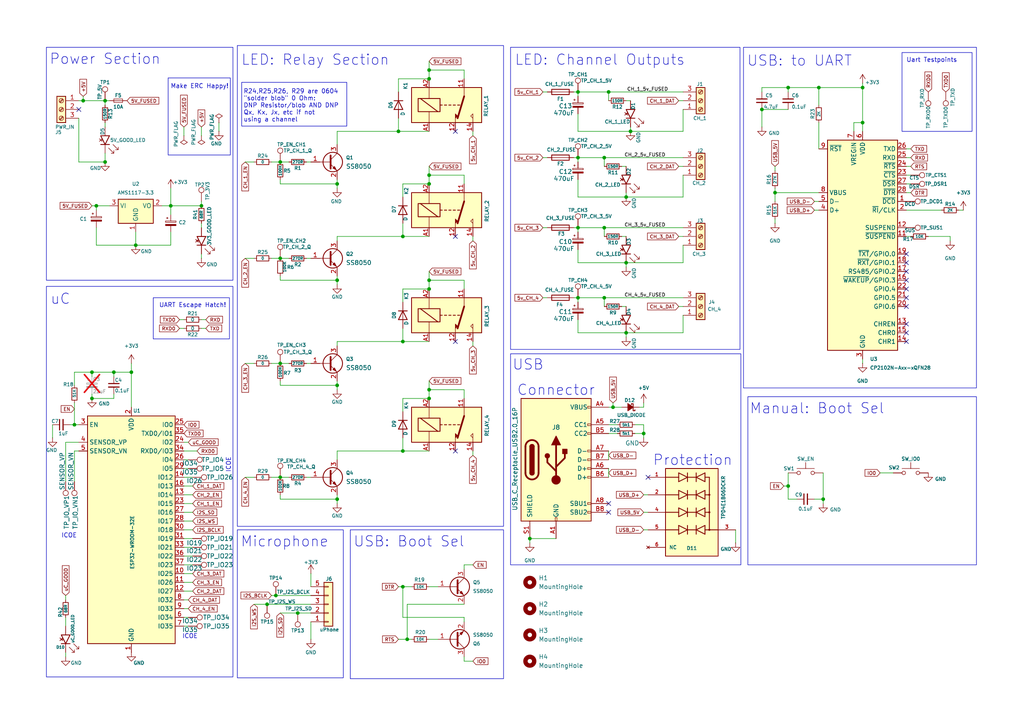
<source format=kicad_sch>
(kicad_sch (version 20250114) (generator "eeschema") (generator_version "9.0")
  (paper "A4")
  (rectangle (start 148.082 13.716) (end 214.63 101.346))
  (rectangle (start 261.62 15.24) (end 281.94 38.1))
  (rectangle (start 70.104 23.876) (end 100.584 36.576))
  (rectangle (start 48.768 22.606) (end 66.802 44.958))
  (rectangle (start 148.082 102.616) (end 214.884 163.83))
  (rectangle (start 13.462 83.058) (end 67.564 196.342))
  (rectangle (start 68.834 153.67) (end 99.568 196.596))
  (rectangle (start 13.462 13.716) (end 67.564 81.28))
  (rectangle (start 68.834 13.208) (end 146.05 152.654))
  (rectangle (start 44.45 86.36) (end 66.548 98.298))
  (rectangle (start 215.646 13.716) (end 283.21 112.522))
  (rectangle (start 101.6 153.67) (end 146.05 196.85))
  (rectangle (start 216.916 115.062) (end 283.21 163.83))
  (text "Protection" (at 200.914 133.604 0) (effects (font (size 3 3))))
  (text "Connector" (at 161.29 113.284 0) (effects (font (size 3 3))))
  (text "Uart Testpoints" (at 270.256 17.526 0) (effects (font (size 1.27 1.27))))
  (text "ICOE" (at 20.066 155.448 0) (effects (font (size 1.27 1.27))))
  (text "USB" (at 153.162 105.918 0) (effects (font (size 3 3))))
  (text "R24,R25,R26, R29 are 0604\n\"solder blob\" 0 Ohm:\nDNP Resistor/blob AND DNP \nQx, Kx, Jx, etc if not\nusing a channel" (at 70.612 30.734 0) (effects (font (size 1.27 1.27)) (justify left)))
  (text "Manual: Boot Sel" (at 236.982 118.618 0) (effects (font (size 3 3))))
  (text "Make ERC Happy!" (at 57.912 25.146 0) (effects (font (size 1.27 1.27))))
  (text "Power Section" (at 30.48 17.272 0) (effects (font (size 3 3))))
  (text "UART Escape Hatch!" (at 55.88 88.646 0) (effects (font (size 1.27 1.27))))
  (text "Microphone" (at 82.55 157.226 0) (effects (font (size 3 3))))
  (text "ICOE" (at 66.294 134.874 90) (effects (font (size 1.27 1.27))))
  (text "LED: Channel Outputs" (at 173.99 17.526 0) (effects (font (size 3 3))))
  (text "uC" (at 17.526 86.868 0) (effects (font (size 3 3))))
  (text "ICOE" (at 55.118 184.658 0) (effects (font (size 1.27 1.27))))
  (text "LED: Relay Section" (at 91.44 17.526 0) (effects (font (size 3 3))))
  (text "USB: to UART" (at 231.902 17.78 0) (effects (font (size 3 3))))
  (text "USB: Boot Sel" (at 118.618 157.226 0) (effects (font (size 3 3))))
  (junction (at 228.6 25.4))
  (junction (at 49.53 59.69))
  (junction (at 124.46 22.86))
  (junction (at 167.64 86.36))
  (junction (at 186.69 125.73))
  (junction (at 220.98 31.75))
  (junction (at 97.79 53.34))
  (junction (at 33.02 107.95))
  (junction (at 182.88 38.1))
  (junction (at 116.84 68.58))
  (junction (at 124.46 113.03))
  (junction (at 24.13 29.21))
  (junction (at 27.94 59.69))
  (junction (at 97.79 111.76))
  (junction (at 124.46 20.32))
  (junction (at 228.6 140.97))
  (junction (at 97.79 144.78))
  (junction (at 26.67 115.57))
  (junction (at 81.28 74.93))
  (junction (at 167.64 45.72))
  (junction (at 21.59 123.19))
  (junction (at 167.64 66.04))
  (junction (at 181.61 96.52))
  (junction (at 250.19 35.56))
  (junction (at 118.11 185.42))
  (junction (at 176.53 26.67))
  (junction (at 38.1 107.95))
  (junction (at 81.28 46.99))
  (junction (at 116.84 130.81))
  (junction (at 81.28 105.41))
  (junction (at 177.8 118.11))
  (junction (at 86.36 177.8))
  (junction (at 30.48 29.21))
  (junction (at 224.79 55.88))
  (junction (at 238.76 144.78))
  (junction (at 115.57 38.1))
  (junction (at 153.67 156.21))
  (junction (at 116.84 170.18))
  (junction (at 181.61 76.2))
  (junction (at 167.64 26.67))
  (junction (at 237.49 25.4))
  (junction (at 124.46 53.34))
  (junction (at 250.19 25.4))
  (junction (at 175.26 66.04))
  (junction (at 80.01 172.72))
  (junction (at 97.79 81.28))
  (junction (at 26.67 107.95))
  (junction (at 175.26 45.72))
  (junction (at 81.28 138.43))
  (junction (at 124.46 81.28))
  (junction (at 175.26 86.36))
  (junction (at 58.42 59.69))
  (junction (at 116.84 99.06))
  (junction (at 181.61 57.15))
  (junction (at 124.46 83.82))
  (junction (at 124.46 115.57))
  (junction (at 30.48 46.99))
  (junction (at 77.47 175.26))
  (junction (at 124.46 50.8))
  (junction (at 39.37 71.12))
  (no_connect (at 132.08 38.1))
  (no_connect (at 262.89 78.74))
  (no_connect (at 132.08 99.06))
  (no_connect (at 262.89 83.82))
  (no_connect (at 262.89 88.9))
  (no_connect (at 187.96 138.43))
  (no_connect (at 262.89 76.2))
  (no_connect (at 22.86 31.75))
  (no_connect (at 176.53 148.59))
  (no_connect (at 132.08 130.81))
  (no_connect (at 262.89 96.52))
  (no_connect (at 262.89 73.66))
  (no_connect (at 262.89 99.06))
  (no_connect (at 262.89 93.98))
  (no_connect (at 262.89 86.36))
  (no_connect (at 176.53 146.05))
  (no_connect (at 262.89 81.28))
  (no_connect (at 132.08 68.58))
  (wire (pts (xy 97.79 100.33) (xy 97.79 99.06)))
  (wire (pts (xy 213.36 153.67) (xy 213.36 157.48)))
  (wire (pts (xy 116.84 57.15) (xy 116.84 53.34)))
  (wire (pts (xy 167.64 72.39) (xy 167.64 76.2)))
  (wire (pts (xy 21.59 107.95) (xy 21.59 111.76)))
  (wire (pts (xy 224.79 48.26) (xy 224.79 49.53)))
  (wire (pts (xy 181.61 55.88) (xy 181.61 57.15)))
  (wire (pts (xy 26.67 107.95) (xy 33.02 107.95)))
  (wire (pts (xy 53.34 181.61) (xy 54.61 181.61)))
  (wire (pts (xy 134.62 113.03) (xy 134.62 115.57)))
  (wire (pts (xy 116.84 99.06) (xy 124.46 99.06)))
  (wire (pts (xy 153.67 156.21) (xy 153.67 157.48)))
  (wire (pts (xy 77.47 175.26) (xy 90.17 175.26)))
  (wire (pts (xy 186.69 148.59) (xy 187.96 148.59)))
  (wire (pts (xy 167.64 92.71) (xy 167.64 96.52)))
  (wire (pts (xy 237.49 25.4) (xy 250.19 25.4)))
  (wire (pts (xy 116.84 119.38) (xy 116.84 115.57)))
  (wire (pts (xy 97.79 69.85) (xy 97.79 68.58)))
  (wire (pts (xy 26.67 114.3) (xy 26.67 115.57)))
  (wire (pts (xy 167.64 86.36) (xy 175.26 86.36)))
  (wire (pts (xy 22.86 34.29) (xy 22.86 46.99)))
  (wire (pts (xy 175.26 66.04) (xy 175.26 68.58)))
  (wire (pts (xy 81.28 177.8) (xy 86.36 177.8)))
  (wire (pts (xy 186.69 125.73) (xy 186.69 127)))
  (wire (pts (xy 175.26 86.36) (xy 175.26 88.9)))
  (wire (pts (xy 81.28 144.78) (xy 97.79 144.78)))
  (wire (pts (xy 22.86 46.99) (xy 30.48 46.99)))
  (wire (pts (xy 71.12 138.43) (xy 73.66 138.43)))
  (wire (pts (xy 196.85 48.26) (xy 198.12 48.26)))
  (wire (pts (xy 53.34 156.21) (xy 55.88 156.21)))
  (wire (pts (xy 116.84 170.18) (xy 116.84 179.07)))
  (wire (pts (xy 49.53 59.69) (xy 58.42 59.69)))
  (wire (pts (xy 166.37 26.67) (xy 167.64 26.67)))
  (wire (pts (xy 228.6 25.4) (xy 237.49 25.4)))
  (wire (pts (xy 250.19 24.13) (xy 250.19 25.4)))
  (wire (pts (xy 137.16 130.81) (xy 137.16 132.08)))
  (wire (pts (xy 262.89 43.18) (xy 264.16 43.18)))
  (wire (pts (xy 53.34 146.05) (xy 55.88 146.05)))
  (wire (pts (xy 63.5 35.56) (xy 63.5 38.1)))
  (wire (pts (xy 198.12 50.8) (xy 198.12 57.15)))
  (wire (pts (xy 116.84 64.77) (xy 116.84 68.58)))
  (wire (pts (xy 228.6 26.67) (xy 228.6 25.4)))
  (wire (pts (xy 33.02 107.95) (xy 38.1 107.95)))
  (wire (pts (xy 30.48 30.48) (xy 30.48 29.21)))
  (wire (pts (xy 175.26 45.72) (xy 175.26 48.26)))
  (wire (pts (xy 97.79 146.05) (xy 97.79 144.78)))
  (wire (pts (xy 116.84 68.58) (xy 124.46 68.58)))
  (wire (pts (xy 21.59 116.84) (xy 21.59 123.19)))
  (wire (pts (xy 175.26 86.36) (xy 198.12 86.36)))
  (wire (pts (xy 196.85 88.9) (xy 198.12 88.9)))
  (wire (pts (xy 224.79 55.88) (xy 237.49 55.88)))
  (wire (pts (xy 97.79 110.49) (xy 97.79 111.76)))
  (wire (pts (xy 88.9 105.41) (xy 90.17 105.41)))
  (wire (pts (xy 134.62 165.1) (xy 134.62 163.83)))
  (wire (pts (xy 167.64 66.04) (xy 167.64 67.31)))
  (wire (pts (xy 38.1 107.95) (xy 38.1 118.11)))
  (wire (pts (xy 177.8 118.11) (xy 180.34 118.11)))
  (wire (pts (xy 247.65 35.56) (xy 250.19 35.56)))
  (wire (pts (xy 224.79 63.5) (xy 224.79 64.77)))
  (wire (pts (xy 53.34 168.91) (xy 55.88 168.91)))
  (wire (pts (xy 53.34 153.67) (xy 55.88 153.67)))
  (wire (pts (xy 97.79 113.03) (xy 97.79 111.76)))
  (wire (pts (xy 185.42 118.11) (xy 186.69 118.11)))
  (wire (pts (xy 255.27 137.16) (xy 259.08 137.16)))
  (wire (pts (xy 181.61 96.52) (xy 181.61 97.79)))
  (wire (pts (xy 124.46 110.49) (xy 124.46 113.03)))
  (wire (pts (xy 250.19 35.56) (xy 250.19 38.1)))
  (wire (pts (xy 53.34 143.51) (xy 55.88 143.51)))
  (wire (pts (xy 250.19 104.14) (xy 250.19 105.41)))
  (wire (pts (xy 53.34 128.27) (xy 54.61 128.27)))
  (wire (pts (xy 15.24 123.19) (xy 15.24 127)))
  (wire (pts (xy 198.12 71.12) (xy 198.12 76.2)))
  (wire (pts (xy 166.37 45.72) (xy 167.64 45.72)))
  (wire (pts (xy 26.67 109.22) (xy 26.67 107.95)))
  (wire (pts (xy 53.34 161.29) (xy 55.88 161.29)))
  (wire (pts (xy 198.12 91.44) (xy 198.12 96.52)))
  (wire (pts (xy 49.53 59.69) (xy 49.53 62.23)))
  (wire (pts (xy 180.34 68.58) (xy 181.61 68.58)))
  (wire (pts (xy 262.89 53.34) (xy 264.16 53.34)))
  (wire (pts (xy 52.07 95.25) (xy 53.34 95.25)))
  (wire (pts (xy 97.79 80.01) (xy 97.79 81.28)))
  (wire (pts (xy 124.46 170.18) (xy 127 170.18)))
  (wire (pts (xy 116.84 130.81) (xy 124.46 130.81)))
  (wire (pts (xy 78.74 46.99) (xy 81.28 46.99)))
  (wire (pts (xy 49.53 54.61) (xy 49.53 59.69)))
  (wire (pts (xy 81.28 138.43) (xy 83.82 138.43)))
  (wire (pts (xy 134.62 190.5) (xy 134.62 191.77)))
  (wire (pts (xy 231.14 144.78) (xy 228.6 144.78)))
  (wire (pts (xy 81.28 80.01) (xy 81.28 81.28)))
  (wire (pts (xy 30.48 44.45) (xy 30.48 46.99)))
  (wire (pts (xy 137.16 99.06) (xy 137.16 100.33)))
  (wire (pts (xy 181.61 76.2) (xy 198.12 76.2)))
  (wire (pts (xy 49.53 71.12) (xy 49.53 67.31)))
  (wire (pts (xy 269.24 68.58) (xy 275.59 68.58)))
  (wire (pts (xy 167.64 45.72) (xy 167.64 46.99)))
  (wire (pts (xy 237.49 43.18) (xy 237.49 35.56)))
  (wire (pts (xy 30.48 35.56) (xy 30.48 36.83)))
  (wire (pts (xy 78.74 105.41) (xy 81.28 105.41)))
  (wire (pts (xy 90.17 166.37) (xy 90.17 170.18)))
  (wire (pts (xy 176.53 125.73) (xy 179.07 125.73)))
  (wire (pts (xy 124.46 20.32) (xy 124.46 22.86)))
  (wire (pts (xy 176.53 130.81) (xy 176.53 133.35)))
  (wire (pts (xy 115.57 34.29) (xy 115.57 38.1)))
  (wire (pts (xy 134.62 20.32) (xy 124.46 20.32)))
  (wire (pts (xy 166.37 86.36) (xy 167.64 86.36)))
  (wire (pts (xy 186.69 153.67) (xy 187.96 153.67)))
  (wire (pts (xy 78.74 172.72) (xy 80.01 172.72)))
  (wire (pts (xy 124.46 81.28) (xy 134.62 81.28)))
  (wire (pts (xy 220.98 31.75) (xy 228.6 31.75)))
  (wire (pts (xy 97.79 144.78) (xy 97.79 143.51)))
  (wire (pts (xy 21.59 107.95) (xy 26.67 107.95)))
  (wire (pts (xy 134.62 191.77) (xy 137.16 191.77)))
  (wire (pts (xy 175.26 66.04) (xy 198.12 66.04)))
  (wire (pts (xy 22.86 130.81) (xy 21.59 130.81)))
  (wire (pts (xy 167.64 45.72) (xy 175.26 45.72)))
  (wire (pts (xy 22.86 128.27) (xy 19.05 128.27)))
  (wire (pts (xy 167.64 26.67) (xy 176.53 26.67)))
  (wire (pts (xy 53.34 171.45) (xy 55.88 171.45)))
  (wire (pts (xy 81.28 110.49) (xy 81.28 111.76)))
  (wire (pts (xy 53.34 148.59) (xy 55.88 148.59)))
  (wire (pts (xy 27.94 66.04) (xy 27.94 71.12)))
  (wire (pts (xy 58.42 95.25) (xy 59.69 95.25)))
  (wire (pts (xy 116.84 127) (xy 116.84 130.81)))
  (wire (pts (xy 19.05 172.72) (xy 19.05 173.99)))
  (wire (pts (xy 52.07 92.71) (xy 53.34 92.71)))
  (wire (pts (xy 180.34 88.9) (xy 181.61 88.9)))
  (wire (pts (xy 71.12 105.41) (xy 73.66 105.41)))
  (wire (pts (xy 81.28 144.78) (xy 81.28 143.51)))
  (wire (pts (xy 58.42 59.69) (xy 58.42 58.42)))
  (wire (pts (xy 97.79 41.91) (xy 97.79 38.1)))
  (wire (pts (xy 275.59 68.58) (xy 275.59 69.85)))
  (wire (pts (xy 176.53 135.89) (xy 176.53 138.43)))
  (wire (pts (xy 81.28 81.28) (xy 97.79 81.28)))
  (wire (pts (xy 97.79 99.06) (xy 116.84 99.06)))
  (wire (pts (xy 134.62 81.28) (xy 134.62 83.82)))
  (wire (pts (xy 262.89 48.26) (xy 264.16 48.26)))
  (wire (pts (xy 124.46 50.8) (xy 124.46 53.34)))
  (wire (pts (xy 81.28 111.76) (xy 97.79 111.76)))
  (wire (pts (xy 124.46 48.26) (xy 124.46 50.8)))
  (wire (pts (xy 46.99 59.69) (xy 49.53 59.69)))
  (wire (pts (xy 116.84 170.18) (xy 119.38 170.18)))
  (wire (pts (xy 247.65 35.56) (xy 247.65 38.1)))
  (wire (pts (xy 71.12 46.99) (xy 73.66 46.99)))
  (wire (pts (xy 167.64 66.04) (xy 175.26 66.04)))
  (wire (pts (xy 181.61 57.15) (xy 198.12 57.15)))
  (wire (pts (xy 118.11 175.26) (xy 118.11 185.42)))
  (wire (pts (xy 53.34 135.89) (xy 54.61 135.89)))
  (wire (pts (xy 118.11 185.42) (xy 119.38 185.42)))
  (wire (pts (xy 167.64 96.52) (xy 181.61 96.52)))
  (wire (pts (xy 88.9 46.99) (xy 90.17 46.99)))
  (wire (pts (xy 176.53 26.67) (xy 198.12 26.67)))
  (wire (pts (xy 21.59 123.19) (xy 22.86 123.19)))
  (wire (pts (xy 124.46 113.03) (xy 134.62 113.03)))
  (wire (pts (xy 53.34 130.81) (xy 57.15 130.81)))
  (wire (pts (xy 86.36 177.8) (xy 90.17 177.8)))
  (wire (pts (xy 177.8 116.84) (xy 177.8 118.11)))
  (wire (pts (xy 115.57 26.67) (xy 115.57 22.86)))
  (wire (pts (xy 97.79 52.07) (xy 97.79 53.34)))
  (wire (pts (xy 58.42 92.71) (xy 59.69 92.71)))
  (wire (pts (xy 184.15 125.73) (xy 186.69 125.73)))
  (wire (pts (xy 53.34 173.99) (xy 54.61 173.99)))
  (wire (pts (xy 53.34 158.75) (xy 55.88 158.75)))
  (wire (pts (xy 228.6 137.16) (xy 228.6 140.97)))
  (wire (pts (xy 58.42 36.83) (xy 58.42 39.37)))
  (wire (pts (xy 176.53 118.11) (xy 177.8 118.11)))
  (wire (pts (xy 53.34 176.53) (xy 54.61 176.53)))
  (wire (pts (xy 33.02 114.3) (xy 33.02 115.57)))
  (wire (pts (xy 88.9 138.43) (xy 90.17 138.43)))
  (wire (pts (xy 167.64 76.2) (xy 181.61 76.2)))
  (wire (pts (xy 22.86 29.21) (xy 24.13 29.21)))
  (wire (pts (xy 157.48 45.72) (xy 158.75 45.72)))
  (wire (pts (xy 53.34 140.97) (xy 55.88 140.97)))
  (wire (pts (xy 19.05 128.27) (xy 19.05 139.7)))
  (wire (pts (xy 116.84 179.07) (xy 134.62 179.07)))
  (wire (pts (xy 262.89 45.72) (xy 264.16 45.72)))
  (wire (pts (xy 21.59 130.81) (xy 21.59 139.7)))
  (wire (pts (xy 134.62 179.07) (xy 134.62 180.34)))
  (wire (pts (xy 182.88 38.1) (xy 198.12 38.1)))
  (wire (pts (xy 58.42 73.66) (xy 58.42 74.93)))
  (wire (pts (xy 38.1 105.41) (xy 38.1 107.95)))
  (wire (pts (xy 167.64 52.07) (xy 167.64 57.15)))
  (wire (pts (xy 80.01 172.72) (xy 90.17 172.72)))
  (wire (pts (xy 228.6 144.78) (xy 228.6 140.97)))
  (wire (pts (xy 53.34 138.43) (xy 55.88 138.43)))
  (wire (pts (xy 175.26 45.72) (xy 198.12 45.72)))
  (wire (pts (xy 157.48 26.67) (xy 158.75 26.67)))
  (wire (pts (xy 27.94 71.12) (xy 39.37 71.12)))
  (wire (pts (xy 186.69 118.11) (xy 186.69 116.84)))
  (wire (pts (xy 81.28 53.34) (xy 97.79 53.34)))
  (wire (pts (xy 27.94 59.69) (xy 31.75 59.69)))
  (wire (pts (xy 81.28 52.07) (xy 81.28 53.34)))
  (wire (pts (xy 97.79 133.35) (xy 97.79 130.81)))
  (wire (pts (xy 157.48 86.36) (xy 158.75 86.36)))
  (wire (pts (xy 53.34 166.37) (xy 55.88 166.37)))
  (wire (pts (xy 220.98 31.75) (xy 220.98 36.83)))
  (wire (pts (xy 237.49 25.4) (xy 237.49 30.48)))
  (wire (pts (xy 184.15 123.19) (xy 186.69 123.19)))
  (wire (pts (xy 115.57 185.42) (xy 118.11 185.42)))
  (wire (pts (xy 250.19 25.4) (xy 250.19 35.56)))
  (wire (pts (xy 181.61 48.26) (xy 180.34 48.26)))
  (wire (pts (xy 236.22 60.96) (xy 237.49 60.96)))
  (wire (pts (xy 53.34 179.07) (xy 54.61 179.07)))
  (wire (pts (xy 227.33 140.97) (xy 228.6 140.97)))
  (wire (pts (xy 262.89 55.88) (xy 264.16 55.88)))
  (wire (pts (xy 124.46 50.8) (xy 134.62 50.8)))
  (wire (pts (xy 53.34 151.13) (xy 55.88 151.13)))
  (wire (pts (xy 166.37 66.04) (xy 167.64 66.04)))
  (wire (pts (xy 182.88 38.1) (xy 182.88 36.83)))
  (wire (pts (xy 26.67 115.57) (xy 33.02 115.57)))
  (wire (pts (xy 53.34 36.83) (xy 53.34 39.37)))
  (wire (pts (xy 176.53 26.67) (xy 176.53 29.21)))
  (wire (pts (xy 39.37 67.31) (xy 39.37 71.12)))
  (wire (pts (xy 97.79 68.58) (xy 116.84 68.58)))
  (wire (pts (xy 24.13 27.94) (xy 24.13 29.21)))
  (wire (pts (xy 19.05 179.07) (xy 19.05 181.61)))
  (wire (pts (xy 53.34 133.35) (xy 54.61 133.35)))
  (wire (pts (xy 20.32 123.19) (xy 21.59 123.19)))
  (wire (pts (xy 278.13 60.96) (xy 279.4 60.96)))
  (wire (pts (xy 224.79 55.88) (xy 224.79 54.61)))
  (wire (pts (xy 124.46 81.28) (xy 124.46 83.82)))
  (wire (pts (xy 81.28 46.99) (xy 83.82 46.99)))
  (wire (pts (xy 116.84 83.82) (xy 124.46 83.82)))
  (wire (pts (xy 181.61 29.21) (xy 182.88 29.21)))
  (wire (pts (xy 39.37 71.12) (xy 49.53 71.12)))
  (wire (pts (xy 220.98 25.4) (xy 228.6 25.4)))
  (wire (pts (xy 198.12 31.75) (xy 198.12 38.1)))
  (wire (pts (xy 134.62 53.34) (xy 134.62 50.8)))
  (wire (pts (xy 30.48 29.21) (xy 31.75 29.21)))
  (wire (pts (xy 137.16 38.1) (xy 137.16 39.37)))
  (wire (pts (xy 167.64 38.1) (xy 167.64 33.02)))
  (wire (pts (xy 58.42 64.77) (xy 58.42 66.04)))
  (wire (pts (xy 134.62 163.83) (xy 137.16 163.83)))
  (wire (pts (xy 116.84 53.34) (xy 124.46 53.34)))
  (wire (pts (xy 167.64 26.67) (xy 167.64 27.94)))
  (wire (pts (xy 157.48 66.04) (xy 158.75 66.04)))
  (wire (pts (xy 262.89 50.8) (xy 264.16 50.8)))
  (wire (pts (xy 19.05 189.23) (xy 19.05 190.5)))
  (wire (pts (xy 137.16 68.58) (xy 137.16 69.85)))
  (wire (pts (xy 81.28 74.93) (xy 83.82 74.93)))
  (wire (pts (xy 115.57 170.18) (xy 116.84 170.18)))
  (wire (pts (xy 116.84 95.25) (xy 116.84 99.06)))
  (wire (pts (xy 181.61 96.52) (xy 198.12 96.52)))
  (wire (pts (xy 30.48 29.21) (xy 24.13 29.21)))
  (wire (pts (xy 134.62 22.86) (xy 134.62 20.32)))
  (wire (pts (xy 196.85 68.58) (xy 198.12 68.58)))
  (wire (pts (xy 27.94 59.69) (xy 27.94 60.96)))
  (wire (pts (xy 220.98 26.67) (xy 220.98 25.4)))
  (wire (pts (xy 124.46 78.74) (xy 124.46 81.28)))
  (wire (pts (xy 238.76 137.16) (xy 238.76 144.78)))
  (wire (pts (xy 186.69 143.51) (xy 187.96 143.51)))
  (wire (pts (xy 116.84 87.63) (xy 116.84 83.82)))
  (wire (pts (xy 97.79 38.1) (xy 115.57 38.1)))
  (wire (pts (xy 262.89 68.58) (xy 264.16 68.58)))
  (wire (pts (xy 88.9 74.93) (xy 90.17 74.93)))
  (wire (pts (xy 153.67 156.21) (xy 161.29 156.21)))
  (wire (pts (xy 167.64 86.36) (xy 167.64 87.63)))
  (wire (pts (xy 124.46 113.03) (xy 124.46 115.57)))
  (wire (pts (xy 97.79 130.81) (xy 116.84 130.81)))
  (wire (pts (xy 224.79 55.88) (xy 224.79 58.42)))
  (wire (pts (xy 97.79 54.61) (xy 97.79 53.34)))
  (wire (pts (xy 176.53 123.19) (xy 179.07 123.19)))
  (wire (pts (xy 33.02 107.95) (xy 33.02 109.22)))
  (wire (pts (xy 262.89 60.96) (xy 273.05 60.96)))
  (wire (pts (xy 115.57 22.86) (xy 124.46 22.86)))
  (wire (pts (xy 78.74 74.93) (xy 81.28 74.93)))
  (wire (pts (xy 81.28 105.41) (xy 83.82 105.41)))
  (wire (pts (xy 53.34 163.83) (xy 55.88 163.83)))
  (wire (pts (xy 97.79 82.55) (xy 97.79 81.28)))
  (wire (pts (xy 167.64 38.1) (xy 182.88 38.1)))
  (wire (pts (xy 236.22 144.78) (xy 238.76 144.78)))
  (wire (pts (xy 73.66 175.26) (xy 77.47 175.26)))
  (wire (pts (xy 90.17 185.42) (xy 90.17 180.34)))
  (wire (pts (xy 124.46 185.42) (xy 127 185.42)))
  (wire (pts (xy 26.67 59.69) (xy 27.94 59.69)))
  (wire (pts (xy 78.74 138.43) (xy 81.28 138.43)))
  (wire (pts (xy 196.85 29.21) (xy 198.12 29.21)))
  (wire (pts (xy 124.46 17.78) (xy 124.46 20.32)))
  (wire (pts (xy 134.62 175.26) (xy 118.11 175.26)))
  (wire (pts (xy 186.69 123.19) (xy 186.69 125.73)))
  (wire (pts (xy 115.57 38.1) (xy 124.46 38.1)))
  (wire (pts (xy 181.61 76.2) (xy 181.61 77.47)))
  (wire (pts (xy 167.64 57.15) (xy 181.61 57.15)))
  (wire (pts (xy 116.84 115.57) (xy 124.46 115.57)))
  (wire (pts (xy 238.76 144.78) (xy 238.76 146.05)))
  (wire (pts (xy 236.22 58.42) (xy 237.49 58.42)))
  (wire (pts (xy 71.12 74.93) (xy 73.66 74.93)))
  (label "CH_3_5v_FUSED" (at 193.04 66.04 180) (effects (font (size 1 1))))
  (label "CH_2_5v_FUSED" (at 193.04 45.72 180) (effects (font (size 1 1))))
  (label "CH_4_5v_FUSED" (at 193.04 86.36 180) (effects (font (size 1 1))))
  (label "CH_1_5v_FUSED" (at 193.802 26.67 180) (effects (font (size 1 1))))
  (global_label "I2S_SD" (shape input) (at 55.88 148.59 0) (effects (font (size 1 1))) (property "Intersheetrefs" "${INTERSHEET_REFS}" (effects (hide yes))))
  (global_label "+5V" (shape input) (at 58.42 36.83 90) (effects (font (size 1 1))) (property "Intersheetrefs" "${INTERSHEET_REFS}" (effects (hide yes))))
  (global_label "CH_3_DAT" (shape input) (at 55.88 166.37 0) (effects (font (size 1 1))) (property "Intersheetrefs" "${INTERSHEET_REFS}" (effects (hide yes))))
  (global_label "CH_1_DAT" (shape input) (at 196.85 29.21 180) (effects (font (size 1 1))) (property "Intersheetrefs" "${INTERSHEET_REFS}" (effects (hide yes))))
  (global_label "USB_D-" (shape input) (at 236.22 58.42 180) (effects (font (size 1 1))) (property "Intersheetrefs" "${INTERSHEET_REFS}" (effects (hide yes))))
  (global_label "USB_D-" (shape input) (at 176.53 132.08 0) (effects (font (size 1 1))) (property "Intersheetrefs" "${INTERSHEET_REFS}" (effects (hide yes))))
  (global_label "USB_D+" (shape input) (at 236.22 60.96 180) (effects (font (size 1 1))) (property "Intersheetrefs" "${INTERSHEET_REFS}" (effects (hide yes))))
  (global_label "EN" (shape input) (at 21.59 118.618 180) (effects (font (size 1 1))) (property "Intersheetrefs" "${INTERSHEET_REFS}" (effects (hide yes))))
  (global_label "RTS" (shape input) (at 264.16 48.26 0) (effects (font (size 1 1))) (property "Intersheetrefs" "${INTERSHEET_REFS}" (effects (hide yes))))
  (global_label "5v_CH_3" (shape input) (at 157.48 66.04 180) (effects (font (size 1 1))) (property "Intersheetrefs" "${INTERSHEET_REFS}" (effects (hide yes))))
  (global_label "I2S_BCLK" (shape input) (at 55.88 153.67 0) (effects (font (size 1 1))) (property "Intersheetrefs" "${INTERSHEET_REFS}" (effects (hide yes))))
  (global_label "5V_FUSED" (shape input) (at 124.46 48.26 0) (effects (font (size 1 1))) (property "Intersheetrefs" "${INTERSHEET_REFS}" (effects (hide yes))))
  (global_label "TXD0" (shape input) (at 274.32 26.67 90) (effects (font (size 1 1))) (property "Intersheetrefs" "${INTERSHEET_REFS}" (effects (hide yes))))
  (global_label "DTR" (shape input) (at 264.16 55.88 0) (effects (font (size 1 1))) (property "Intersheetrefs" "${INTERSHEET_REFS}" (effects (hide yes))))
  (global_label "5v_CH_1" (shape input) (at 157.48 26.67 180) (effects (font (size 1 1))) (property "Intersheetrefs" "${INTERSHEET_REFS}" (effects (hide yes))))
  (global_label "RTS" (shape input) (at 115.57 185.42 180) (effects (font (size 1 1))) (property "Intersheetrefs" "${INTERSHEET_REFS}" (effects (hide yes))))
  (global_label "I2S_BCLK" (shape input) (at 78.74 172.72 180) (effects (font (size 1 1))) (property "Intersheetrefs" "${INTERSHEET_REFS}" (effects (hide yes))))
  (global_label "CH_1_EN" (shape input) (at 71.12 46.99 270) (effects (font (size 1 1))) (property "Intersheetrefs" "${INTERSHEET_REFS}" (effects (hide yes))))
  (global_label "DTR" (shape input) (at 115.57 170.18 180) (effects (font (size 1 1))) (property "Intersheetrefs" "${INTERSHEET_REFS}" (effects (hide yes))))
  (global_label "RXD0" (shape input) (at 52.07 95.25 180) (effects (font (size 1 1))) (property "Intersheetrefs" "${INTERSHEET_REFS}" (effects (hide yes))))
  (global_label "uC_GOOD" (shape input) (at 54.61 128.27 0) (effects (font (size 1 1))) (property "Intersheetrefs" "${INTERSHEET_REFS}" (effects (hide yes))))
  (global_label "5V_FUSED" (shape input) (at 124.46 110.49 0) (effects (font (size 1 1))) (property "Intersheetrefs" "${INTERSHEET_REFS}" (effects (hide yes))))
  (global_label "IO0" (shape input) (at 53.34 123.19 0) (effects (font (size 1 1))) (property "Intersheetrefs" "${INTERSHEET_REFS}" (effects (hide yes))))
  (global_label "TXD" (shape input) (at 264.16 43.18 0) (effects (font (size 1 1))) (property "Intersheetrefs" "${INTERSHEET_REFS}" (effects (hide yes))))
  (global_label "RXD" (shape input) (at 59.69 92.71 0) (effects (font (size 1 1))) (property "Intersheetrefs" "${INTERSHEET_REFS}" (effects (hide yes))))
  (global_label "TXD0" (shape input) (at 52.07 92.71 180) (effects (font (size 1 1))) (property "Intersheetrefs" "${INTERSHEET_REFS}" (effects (hide yes))))
  (global_label "5v_CH_2" (shape input) (at 137.16 69.85 270) (effects (font (size 1 1))) (property "Intersheetrefs" "${INTERSHEET_REFS}" (effects (hide yes))))
  (global_label "CH_2_DAT" (shape input) (at 196.85 48.26 180) (effects (font (size 1 1))) (property "Intersheetrefs" "${INTERSHEET_REFS}" (effects (hide yes))))
  (global_label "IO0" (shape input) (at 137.16 191.77 0) (effects (font (size 1 1))) (property "Intersheetrefs" "${INTERSHEET_REFS}" (effects (hide yes))))
  (global_label "CH_2_EN" (shape input) (at 71.12 74.93 270) (effects (font (size 1 1))) (property "Intersheetrefs" "${INTERSHEET_REFS}" (effects (hide yes))))
  (global_label "CH_4_DAT" (shape input) (at 196.85 88.9 180) (effects (font (size 1 1))) (property "Intersheetrefs" "${INTERSHEET_REFS}" (effects (hide yes))))
  (global_label "CH_2_EN" (shape input) (at 55.88 143.51 0) (effects (font (size 1 1))) (property "Intersheetrefs" "${INTERSHEET_REFS}" (effects (hide yes))))
  (global_label "5V_FUSED" (shape input) (at 53.34 36.83 90) (effects (font (size 1 1))) (property "Intersheetrefs" "${INTERSHEET_REFS}" (effects (hide yes))))
  (global_label "5v_CH_4" (shape input) (at 137.16 132.08 270) (effects (font (size 1 1))) (property "Intersheetrefs" "${INTERSHEET_REFS}" (effects (hide yes))))
  (global_label "IO0" (shape input) (at 255.27 137.16 180) (effects (font (size 1 1))) (property "Intersheetrefs" "${INTERSHEET_REFS}" (effects (hide yes))))
  (global_label "CH_1_DAT" (shape input) (at 55.88 140.97 0) (effects (font (size 1 1))) (property "Intersheetrefs" "${INTERSHEET_REFS}" (effects (hide yes))))
  (global_label "TXD0" (shape input) (at 53.34 125.73 0) (effects (font (size 1 1))) (property "Intersheetrefs" "${INTERSHEET_REFS}" (effects (hide yes))))
  (global_label "EN" (shape input) (at 227.33 140.97 180) (effects (font (size 1 1))) (property "Intersheetrefs" "${INTERSHEET_REFS}" (effects (hide yes))))
  (global_label "I2S_SD" (shape input) (at 81.28 177.8 270) (effects (font (size 1 1))) (property "Intersheetrefs" "${INTERSHEET_REFS}" (effects (hide yes))))
  (global_label "CH_4_DAT" (shape input) (at 54.61 173.99 0) (effects (font (size 1 1))) (property "Intersheetrefs" "${INTERSHEET_REFS}" (effects (hide yes))))
  (global_label "5v_CH_3" (shape input) (at 137.16 100.33 270) (effects (font (size 1 1))) (property "Intersheetrefs" "${INTERSHEET_REFS}" (effects (hide yes))))
  (global_label "5v_CH_4" (shape input) (at 157.48 86.36 180) (effects (font (size 1 1))) (property "Intersheetrefs" "${INTERSHEET_REFS}" (effects (hide yes))))
  (global_label "CH_4_EN" (shape input) (at 54.61 176.53 0) (effects (font (size 1 1))) (property "Intersheetrefs" "${INTERSHEET_REFS}" (effects (hide yes))))
  (global_label "RXD0" (shape input) (at 57.15 130.81 0) (effects (font (size 1 1))) (property "Intersheetrefs" "${INTERSHEET_REFS}" (effects (hide yes))))
  (global_label "USB_D-" (shape input) (at 186.69 153.67 180) (effects (font (size 1 1))) (property "Intersheetrefs" "${INTERSHEET_REFS}" (effects (hide yes))))
  (global_label "5v_CH_1" (shape input) (at 137.16 39.37 270) (effects (font (size 1 1))) (property "Intersheetrefs" "${INTERSHEET_REFS}" (effects (hide yes))))
  (global_label "5V_FUSED" (shape input) (at 124.46 78.74 0) (effects (font (size 1 1))) (property "Intersheetrefs" "${INTERSHEET_REFS}" (effects (hide yes))))
  (global_label "I2S_WS" (shape input) (at 73.66 175.26 270) (effects (font (size 1 1))) (property "Intersheetrefs" "${INTERSHEET_REFS}" (effects (hide yes))))
  (global_label "CH_3_EN" (shape input) (at 55.88 168.91 0) (effects (font (size 1 1))) (property "Intersheetrefs" "${INTERSHEET_REFS}" (effects (hide yes))))
  (global_label "5v_CH_2" (shape input) (at 157.48 45.72 180) (effects (font (size 1 1))) (property "Intersheetrefs" "${INTERSHEET_REFS}" (effects (hide yes))))
  (global_label "I2S_WS" (shape input) (at 55.88 151.13 0) (effects (font (size 1 1))) (property "Intersheetrefs" "${INTERSHEET_REFS}" (effects (hide yes))))
  (global_label "CH_1_EN" (shape input) (at 55.88 146.05 0) (effects (font (size 1 1))) (property "Intersheetrefs" "${INTERSHEET_REFS}" (effects (hide yes))))
  (global_label "RXD0" (shape input) (at 269.24 26.67 90) (effects (font (size 1 1))) (property "Intersheetrefs" "${INTERSHEET_REFS}" (effects (hide yes))))
  (global_label "+5V" (shape input) (at 24.13 27.94 90) (effects (font (size 1 1))) (property "Intersheetrefs" "${INTERSHEET_REFS}" (effects (hide yes))))
  (global_label "USB_D+" (shape input) (at 176.53 137.16 0) (effects (font (size 1 1))) (property "Intersheetrefs" "${INTERSHEET_REFS}" (effects (hide yes))))
  (global_label "CH_3_DAT" (shape input) (at 196.85 68.58 180) (effects (font (size 1 1))) (property "Intersheetrefs" "${INTERSHEET_REFS}" (effects (hide yes))))
  (global_label "USB_D+" (shape input) (at 186.69 143.51 180) (effects (font (size 1 1))) (property "Intersheetrefs" "${INTERSHEET_REFS}" (effects (hide yes))))
  (global_label "USB_5V" (shape input) (at 177.8 116.84 90) (effects (font (size 1 1))) (property "Intersheetrefs" "${INTERSHEET_REFS}" (effects (hide yes))))
  (global_label "TXD" (shape input) (at 59.69 95.25 0) (effects (font (size 1 1))) (property "Intersheetrefs" "${INTERSHEET_REFS}" (effects (hide yes))))
  (global_label "5V_FUSED" (shape input) (at 124.46 17.78 0) (effects (font (size 1 1))) (property "Intersheetrefs" "${INTERSHEET_REFS}" (effects (hide yes))))
  (global_label "5V_FUSED" (shape input) (at 36.83 29.21 0) (effects (font (size 1 1))) (property "Intersheetrefs" "${INTERSHEET_REFS}" (effects (hide yes))))
  (global_label "uC_GOOD" (shape input) (at 19.05 172.72 90) (effects (font (size 1 1))) (property "Intersheetrefs" "${INTERSHEET_REFS}" (effects (hide yes))))
  (global_label "EN" (shape input) (at 137.16 163.83 0) (effects (font (size 1 1))) (property "Intersheetrefs" "${INTERSHEET_REFS}" (effects (hide yes))))
  (global_label "USB_5V" (shape input) (at 224.79 48.26 90) (effects (font (size 1 1))) (property "Intersheetrefs" "${INTERSHEET_REFS}" (effects (hide yes))))
  (global_label "CH_2_DAT" (shape input) (at 55.88 171.45 0) (effects (font (size 1 1))) (property "Intersheetrefs" "${INTERSHEET_REFS}" (effects (hide yes))))
  (global_label "USB_5V" (shape input) (at 186.69 148.59 180) (effects (font (size 1 1))) (property "Intersheetrefs" "${INTERSHEET_REFS}" (effects (hide yes))))
  (global_label "RXD" (shape input) (at 264.16 45.72 0) (effects (font (size 1 1))) (property "Intersheetrefs" "${INTERSHEET_REFS}" (effects (hide yes))))
  (global_label "CH_3_EN" (shape input) (at 71.12 105.41 270) (effects (font (size 1 1))) (property "Intersheetrefs" "${INTERSHEET_REFS}" (effects (hide yes))))
  (global_label "5V_FUSED" (shape input) (at 26.67 59.69 180) (effects (font (size 1 1))) (property "Intersheetrefs" "${INTERSHEET_REFS}" (effects (hide yes))))
  (global_label "CH_4_EN" (shape input) (at 71.12 138.43 270) (effects (font (size 1 1))) (property "Intersheetrefs" "${INTERSHEET_REFS}" (effects (hide yes))))
  (symbol (lib_id "Connector:TestPoint") (at 81.28 138.43 0) (unit 1)
    (property "Reference" "TP_EN_CH4" (at 84.582 133.604 0) (effects (font (size 1 1))))
    (property "Value" "TP_CH_4_Q" (at 87.376 135.382 0) (effects (font (size 1 1))))
    (property "Footprint" "TESTPOINT_SMD:TESTPOINT_SMD_HARWIN_EZ_BOARDWARE_3.45X1.85mm" (effects (hide yes)))
    (property "Description" "test point" (effects (hide yes)))
  )
  (symbol (lib_id "Mechanical:MountingHole") (at 153.67 191.77 0) (unit 1) (in_bom no)
    (property "Reference" "H4" (at 156.21 190.4999 0) (effects (justify left)))
    (property "Value" "MountingHole" (at 156.21 193.0399 0) (effects (justify left)))
    (property "Footprint" "MountingHole:MountingHole_3.2mm_M3" (effects (hide yes)))
    (property "Description" "Mounting Hole without connection" (effects (hide yes)))
  )
  (symbol (lib_id "Device:Fuse_Small") (at 34.29 29.21 0) (mirror x) (unit 1)
    (property "Reference" "F5" (at 34.29 27.686 0) (effects (font (size 1 1))))
    (property "Value" "10A" (at 34.29 30.988 0) (effects (font (size 1 1))))
    (property "Footprint" "Fuseholder_PCB_Mount:Wurth_696_Fuseholder" (effects (hide yes)))
    (property "Description" "Fuse, small symbol" (effects (hide yes)))
  )
  (symbol (lib_id "Device:R_Small") (at 76.2 74.93 90) (unit 1)
    (property "Reference" "R25" (at 76.2 73.152 90) (effects (font (size 1.016 1.016))))
    (property "Value" "0" (at 76.2 74.93 90) (effects (font (size 0.8 0.8))))
    (property "Footprint" "Resistor_SMD:R_0402_1005Metric" (effects (hide yes)))
    (property "Description" "Resistor, small symbol" (effects (hide yes)))
  )
  (symbol (lib_id "Mechanical:MountingHole") (at 153.67 176.53 0) (unit 1) (in_bom no)
    (property "Reference" "H2" (at 156.21 175.2599 0) (effects (justify left)))
    (property "Value" "MountingHole" (at 156.21 177.7999 0) (effects (justify left)))
    (property "Footprint" "MountingHole:MountingHole_3.2mm_M3" (effects (hide yes)))
    (property "Description" "Mounting Hole without connection" (effects (hide yes)))
  )
  (symbol (lib_id "Connector:TestPoint") (at 54.61 181.61 270) (unit 1)
    (property "Reference" "TP_IO35" (at 62.738 181.61 90))
    (property "Value" "IO35" (at 55.118 182.626 90))
    (property "Footprint" "TestPoint:TestPoint_Pad_1.0x1.0mm" (effects (hide yes)))
    (property "Description" "test point" (effects (hide yes)))
  )
  (symbol (lib_id "Device:R_Small") (at 81.28 49.53 0) (mirror y) (unit 1)
    (property "Reference" "R5" (at 84.328 49.53 0) (effects (font (size 1 1)) (justify left)))
    (property "Value" "100K" (at 81.28 51.054 90) (effects (font (size 0.8 0.8)) (justify left)))
    (property "Footprint" "Resistor_SMD:R_0805_2012Metric" (effects (hide yes)))
    (property "Description" "Resistor, small symbol" (effects (hide yes)))
  )
  (symbol (lib_id "Device:R_Small") (at 55.88 92.71 90) (unit 1)
    (property "Reference" "R21" (at 55.88 90.932 90) (effects (font (size 1 1))))
    (property "Value" "0" (at 55.88 92.71 90) (effects (font (size 1 1))))
    (property "Footprint" "Resistor_SMD:R_0805_2012Metric" (effects (hide yes)))
    (property "Description" "Resistor, small symbol" (effects (hide yes)))
  )
  (symbol (lib_id "Device:R_Small") (at 86.36 46.99 90) (unit 1)
    (property "Reference" "R1" (at 86.36 48.768 90) (effects (font (size 1 1))))
    (property "Value" "270R" (at 86.36 46.99 90) (effects (font (size 0.8 0.8))))
    (property "Footprint" "Resistor_SMD:R_0805_2012Metric" (effects (hide yes)))
    (property "Description" "Resistor, small symbol" (effects (hide yes)))
  )
  (symbol (lib_id "Device:R_Small") (at 177.8 88.9 270) (mirror x) (unit 1)
    (property "Reference" "R9" (at 177.8 90.678 90) (effects (font (size 1 1))))
    (property "Value" "150R" (at 177.8 88.9 90) (effects (font (size 0.8 0.8))))
    (property "Footprint" "Resistor_SMD:R_0805_2012Metric" (effects (hide yes)))
    (property "Description" "Resistor, small symbol" (effects (hide yes)))
  )
  (symbol (lib_id "Device:R_Small") (at 266.7 68.58 90) (unit 1)
    (property "Reference" "R17" (at 263.398 69.342 90) (effects (font (size 1 1))))
    (property "Value" "10K" (at 266.7 68.58 90) (effects (font (size 0.8 0.8))))
    (property "Footprint" "Resistor_SMD:R_0805_2012Metric" (effects (hide yes)))
    (property "Description" "Resistor, small symbol" (effects (hide yes)))
  )
  (symbol (lib_id "SMD_LED_CUSTOM:SMD_LED_LUMIX_SINGLE") (at 182.88 31.75 90) (unit 1)
    (property "Reference" "D1" (at 183.642 30.734 0) (effects (font (size 1 1))))
    (property "Value" "CH_1_LED" (at 179.07 35.306 90) (effects (font (size 1 1))))
    (property "Footprint" "SMD_LEDS_CUSTOM:LED_Single_SOT23_Lumex" (effects (hide yes)))
  )
  (symbol (lib_id "Device:Fuse") (at 162.56 66.04 90) (mirror x) (unit 1)
    (property "Reference" "F3" (at 162.814 67.818 90) (effects (font (size 1 1))))
    (property "Value" "CH_3_FUSE" (at 162.56 63.246 90) (effects (font (size 1 1))))
    (property "Footprint" "Fuse:Fuse_2920_7451Metric" (effects (hide yes)))
    (property "Description" "Fuse" (effects (hide yes)))
  )
  (symbol (lib_id "Device:C_Small") (at 228.6 29.21 0) (unit 1)
    (property "Reference" "C6" (at 229.616 27.686 0) (effects (font (size 1 1)) (justify left)))
    (property "Value" "0.1uF" (at 229.616 30.988 0) (effects (font (size 1 1)) (justify left)))
    (property "Footprint" "Capacitor_SMD:C_0805_2012Metric" (effects (hide yes)))
    (property "Description" "Unpolarized capacitor, small symbol" (effects (hide yes)))
  )
  (symbol (lib_id "power:GND") (at 58.42 74.93 0) (unit 1)
    (property "Reference" "#PWR041" (effects (hide yes)))
    (property "Value" "GND" (at 61.468 76.708 0) (effects (font (size 1 1))))
    (property "Description" "Power symbol creates a global label with name \"GND\" , ground" (effects (hide yes)))
  )
  (symbol (lib_id "Relay:JQC-3FF-005-1Z") (at 129.54 123.19 0) (mirror x) (unit 1)
    (property "Reference" "K4" (at 117.856 117.602 90) (effects (font (size 1 1))))
    (property "Value" "RELAY_4" (at 141.224 123.444 90) (effects (font (size 1 1))))
    (property "Footprint" "Relay_THT:Relay_SPDT_Hongfa_JQC-3FF_0XX-1Z" (effects (hide yes)))
    (property "Datasheet" "https://www.digikey.com/htmldatasheets/production/2071105/0/0/1/JQC-3FF.pdf" (effects (hide yes)))
    (property "Description" "Subminiature High Power SPDT Relay, 5V Coil nom. 0.36W, 10A switching current, max 10A@277VAC/28VDC" (effects (hide yes)))
  )
  (symbol (lib_id "Transistor_BJT:SS8050") (at 132.08 185.42 0) (mirror x) (unit 1)
    (property "Reference" "Q6" (at 137.16 186.6901 0) (effects (font (size 1 1)) (justify left)))
    (property "Value" "SS8050" (at 137.16 184.1501 0) (effects (font (size 1 1)) (justify left)))
    (property "Footprint" "Package_TO_SOT_SMD:SOT-23" (effects (hide yes)))
    (property "Datasheet" "http://www.secosgmbh.com/datasheet/products/SSMPTransistor/SOT-23/SS8050.pdf" (effects (hide yes)))
    (property "Description" "General Purpose NPN Transistor, 1.5A Ic, 25V Vce, SOT-23" (effects (hide yes)))
  )
  (symbol (lib_id "CUSTOM_DIODES:TPD4E1B06DCKR") (at 200.66 148.59 0) (unit 1)
    (property "Reference" "D11" (at 200.66 159.004 0) (effects (font (size 1 1))))
    (property "Value" "TPD4E1B06DCKR" (at 209.804 144.272 90) (effects (font (size 1 1))))
    (property "Footprint" "CUSTOM_DIODES:TVS_TPD4E1B06DCKR" (effects (hide yes)))
  )
  (symbol (lib_id "Transistor_BJT:SS8050") (at 95.25 105.41 0) (unit 1)
    (property "Reference" "Q3" (at 100.33 104.14 0) (effects (font (size 1 1)) (justify left)))
    (property "Value" "SS8050" (at 100.33 106.6799 0) (effects (justify left)))
    (property "Footprint" "Package_TO_SOT_SMD:SOT-23" (effects (hide yes)))
    (property "Datasheet" "http://www.secosgmbh.com/datasheet/products/SSMPTransistor/SOT-23/SS8050.pdf" (effects (hide yes)))
    (property "Description" "General Purpose NPN Transistor, 1.5A Ic, 25V Vce, SOT-23" (effects (hide yes)))
  )
  (symbol (lib_id "Device:Fuse") (at 162.56 45.72 90) (mirror x) (unit 1)
    (property "Reference" "F2" (at 162.56 47.498 90) (effects (font (size 1 1))))
    (property "Value" "CH_2_FUSE" (at 162.814 43.434 90) (effects (font (size 1 1))))
    (property "Footprint" "Fuse:Fuse_2920_7451Metric" (effects (hide yes)))
    (property "Description" "Fuse" (effects (hide yes)))
  )
  (symbol (lib_id "Device:C_Polarized_Small") (at 167.64 49.53 0) (unit 1)
    (property "Reference" "C12" (at 162.052 49.784 0) (effects (justify left)))
    (property "Value" "470uF" (at 160.528 51.816 0) (effects (justify left)))
    (property "Footprint" "Capacitor_THT:CP_Radial_D8.0mm_P5.00mm" (effects (hide yes)))
    (property "Description" "Polarized capacitor, small symbol" (effects (hide yes)))
  )
  (symbol (lib_id "power:GND") (at 186.69 127 0) (unit 1)
    (property "Reference" "#PWR038" (effects (hide yes)))
    (property "Value" "GND" (at 183.388 128.524 0))
    (property "Description" "Power symbol creates a global label with name \"GND\" , ground" (effects (hide yes)))
  )
  (symbol (lib_id "Mechanical:MountingHole") (at 153.67 184.15 0) (unit 1) (in_bom no)
    (property "Reference" "H3" (at 156.21 182.8799 0) (effects (justify left)))
    (property "Value" "MountingHole" (at 156.21 185.4199 0) (effects (justify left)))
    (property "Footprint" "MountingHole:MountingHole_3.2mm_M3" (effects (hide yes)))
    (property "Description" "Mounting Hole without connection" (effects (hide yes)))
  )
  (symbol (lib_id "power:GND") (at 181.61 57.15 0) (mirror y) (unit 1)
    (property "Reference" "#PWR018" (effects (hide yes)))
    (property "Value" "GND" (at 183.896 58.928 90) (effects (font (size 1 1))))
    (property "Description" "Power symbol creates a global label with name \"GND\" , ground" (effects (hide yes)))
  )
  (symbol (lib_id "SMD_LED_CUSTOM:SMD_LED_LUMIX_SINGLE") (at 19.05 184.15 90) (unit 1)
    (property "Reference" "D10" (at 17.526 187.706 90) (effects (font (size 0.8 0.8))))
    (property "Value" "uC_GOOD_LED" (at 21.082 182.372 0) (effects (font (size 0.8 0.8))))
    (property "Footprint" "SMD_LEDS_CUSTOM:LED_Single_SOT23_Lumex" (effects (hide yes)))
  )
  (symbol (lib_id "Transistor_BJT:SS8050") (at 132.08 170.18 0) (unit 1)
    (property "Reference" "Q5" (at 137.16 168.9099 0) (effects (font (size 1 1)) (justify left)))
    (property "Value" "SS8050" (at 137.16 171.4499 0) (effects (font (size 1 1)) (justify left)))
    (property "Footprint" "Package_TO_SOT_SMD:SOT-23" (effects (hide yes)))
    (property "Datasheet" "http://www.secosgmbh.com/datasheet/products/SSMPTransistor/SOT-23/SS8050.pdf" (effects (hide yes)))
    (property "Description" "General Purpose NPN Transistor, 1.5A Ic, 25V Vce, SOT-23" (effects (hide yes)))
  )
  (symbol (lib_id "Connector_Generic:Conn_01x05") (at 95.25 175.26 0) (mirror x) (unit 1)
    (property "Reference" "J6" (at 94.488 167.894 0) (effects (font (size 1 1)) (justify left)))
    (property "Value" "uPhone" (at 92.71 182.626 0) (effects (font (size 1 1)) (justify left)))
    (property "Footprint" "Connector_JST:JST_XH_S5B-XH-A-1_1x05_P2.50mm_Horizontal" (effects (hide yes)))
    (property "Description" "Generic connector, single row, 01x05, script generated (kicad-library-utils/schlib/autogen/connector/)" (effects (hide yes)))
  )
  (symbol (lib_id "power:+3V3") (at 38.1 105.41 0) (unit 1)
    (property "Reference" "#PWR011" (effects (hide yes)))
    (property "Value" "+3V3" (at 38.1 100.33 0) (effects (font (size 1 1))))
    (property "Description" "Power symbol creates a global label with name \"+3V3\"" (effects (hide yes)))
  )
  (symbol (lib_id "Connector:TestPoint") (at 264.16 53.34 270) (unit 1)
    (property "Reference" "TP_DSR1" (at 271.526 53.34 90) (effects (font (size 1 1))))
    (property "Value" "DSR" (at 265.176 54.102 90) (effects (font (size 1 1))))
    (property "Footprint" "TestPoint:TestPoint_Pad_1.0x1.0mm" (effects (hide yes)))
    (property "Description" "test point" (effects (hide yes)))
  )
  (symbol (lib_id "Device:R_Small") (at 30.48 33.02 0) (unit 1)
    (property "Reference" "R13" (at 32.004 33.02 90) (effects (font (size 1 1))))
    (property "Value" "150R" (at 30.48 33.02 90) (effects (font (size 0.8 0.8))))
    (property "Footprint" "Resistor_SMD:R_0805_2012Metric" (effects (hide yes)))
    (property "Description" "Resistor, small symbol" (effects (hide yes)))
  )
  (symbol (lib_id "Connector:TestPoint") (at 274.32 26.67 180) (unit 1)
    (property "Reference" "TP_TXD0" (at 274.32 34.036 90) (effects (font (size 1 1))))
    (property "Value" "TP_TXD" (at 276.352 28.194 90) (effects (font (size 1 1))))
    (property "Footprint" "TESTPOINT_SMD:TESTPOINT_SMD_HARWIN_EZ_BOARDWARE_3.45X1.85mm" (effects (hide yes)))
    (property "Description" "test point" (effects (hide yes)))
  )
  (symbol (lib_id "SMD_LED_CUSTOM:SMD_LED_LUMIX_SINGLE") (at 181.61 71.12 90) (unit 1)
    (property "Reference" "D3" (at 182.372 70.104 0) (effects (font (size 1 1))))
    (property "Value" "CH_3_LED" (at 176.53 73.66 90) (effects (font (size 1 1))))
    (property "Footprint" "SMD_LEDS_CUSTOM:LED_Single_SOT23_Lumex" (effects (hide yes)))
  )
  (symbol (lib_id "SMD_LED_CUSTOM:SMD_LED_LUMIX_SINGLE") (at 181.61 50.8 90) (unit 1)
    (property "Reference" "D2" (at 182.372 49.784 0) (effects (font (size 1 1))))
    (property "Value" "CH_2_LED" (at 176.276 53.594 90) (effects (font (size 1 1))))
    (property "Footprint" "SMD_LEDS_CUSTOM:LED_Single_SOT23_Lumex" (effects (hide yes)))
  )
  (symbol (lib_id "Relay:JQC-3FF-005-1Z") (at 129.54 60.96 0) (mirror x) (unit 1)
    (property "Reference" "K2" (at 117.856 55.372 90) (effects (font (size 1 1))))
    (property "Value" "RELAY_2" (at 141.224 61.214 90) (effects (font (size 1 1))))
    (property "Footprint" "Relay_THT:Relay_SPDT_Hongfa_JQC-3FF_0XX-1Z" (effects (hide yes)))
    (property "Datasheet" "https://www.digikey.com/htmldatasheets/production/2071105/0/0/1/JQC-3FF.pdf" (effects (hide yes)))
    (property "Description" "Subminiature High Power SPDT Relay, 5V Coil nom. 0.36W, 10A switching current, max 10A@277VAC/28VDC" (effects (hide yes)))
  )
  (symbol (lib_id "Device:R_Small") (at 177.8 48.26 270) (mirror x) (unit 1)
    (property "Reference" "R11" (at 177.8 50.038 90) (effects (font (size 1 1))))
    (property "Value" "150R" (at 177.8 48.26 90) (effects (font (size 0.8 0.8))))
    (property "Footprint" "Resistor_SMD:R_0805_2012Metric" (effects (hide yes)))
    (property "Description" "Resistor, small symbol" (effects (hide yes)))
  )
  (symbol (lib_id "Switch:SW_Push") (at 233.68 137.16 0) (unit 1)
    (property "Reference" "SW1" (at 228.854 135.89 0) (effects (font (size 1 1))))
    (property "Value" "SW_EN" (at 233.68 133.096 0) (effects (font (size 1 1))))
    (property "Footprint" "Button_Switch_SMD:SW_SPST_PTS645" (effects (hide yes)))
    (property "Description" "Push button switch, generic, two pins" (effects (hide yes)))
  )
  (symbol (lib_id "Device:R_Small") (at 121.92 185.42 90) (unit 1)
    (property "Reference" "R20" (at 121.92 183.388 90) (effects (font (size 1 1))))
    (property "Value" "10K" (at 121.92 185.42 90) (effects (font (size 0.8 0.8))))
    (property "Footprint" "Resistor_SMD:R_0805_2012Metric" (effects (hide yes)))
    (property "Description" "Resistor, small symbol" (effects (hide yes)))
  )
  (symbol (lib_id "Connector:TestPoint") (at 262.89 58.42 270) (unit 1)
    (property "Reference" "TP_DCD1" (at 270.256 58.42 90) (effects (font (size 1 1))))
    (property "Value" "DCD" (at 263.906 59.182 90) (effects (font (size 1 1))))
    (property "Footprint" "TestPoint:TestPoint_Pad_1.0x1.0mm" (effects (hide yes)))
    (property "Description" "test point" (effects (hide yes)))
  )
  (symbol (lib_id "power:+3V3") (at 90.17 166.37 0) (mirror y) (unit 1)
    (property "Reference" "#PWR022" (effects (hide yes)))
    (property "Value" "+3V3" (at 90.17 163.068 0) (effects (font (size 1 1))))
    (property "Description" "Power symbol creates a global label with name \"+3V3\"" (effects (hide yes)))
  )
  (symbol (lib_id "Device:R_Small") (at 224.79 60.96 180) (unit 1)
    (property "Reference" "R15" (at 223.012 60.96 90) (effects (font (size 1 1))))
    (property "Value" "51K" (at 224.79 60.96 90) (effects (font (size 0.8 0.8))))
    (property "Footprint" "Resistor_SMD:R_0805_2012Metric" (effects (hide yes)))
    (property "Description" "Resistor, small symbol" (effects (hide yes)))
  )
  (symbol (lib_id "Connector:TestPoint") (at 55.88 158.75 270) (unit 1)
    (property "Reference" "TP_IO21" (at 63.754 158.75 90))
    (property "Value" "IO21" (at 56.388 159.766 90))
    (property "Footprint" "TestPoint:TestPoint_Pad_1.0x1.0mm" (effects (hide yes)))
    (property "Description" "test point" (effects (hide yes)))
  )
  (symbol (lib_id "power:+5V") (at 186.69 116.84 0) (unit 1)
    (property "Reference" "#PWR037" (effects (hide yes)))
    (property "Value" "+5V" (at 186.69 112.522 0) (effects (font (size 1 1))))
    (property "Description" "Power symbol creates a global label with name \"+5V\"" (effects (hide yes)))
  )
  (symbol (lib_id "power:GND") (at 238.76 146.05 0) (unit 1)
    (property "Reference" "#PWR034" (effects (hide yes)))
    (property "Value" "GND" (at 242.316 147.828 0) (effects (font (size 1 1))))
    (property "Description" "Power symbol creates a global label with name \"GND\" , ground" (effects (hide yes)))
  )
  (symbol (lib_id "Connector:TestPoint") (at 55.88 156.21 270) (unit 1)
    (property "Reference" "TP_IO19" (at 63.754 156.21 90))
    (property "Value" "IO19" (at 56.388 157.48 90))
    (property "Footprint" "TestPoint:TestPoint_Pad_1.0x1.0mm" (effects (hide yes)))
    (property "Description" "test point" (effects (hide yes)))
  )
  (symbol (lib_id "Connector:TestPoint") (at 81.28 105.41 0) (unit 1)
    (property "Reference" "TP_EN_CH3" (at 84.582 100.076 0) (effects (font (size 1 1))))
    (property "Value" "TP_CH_3_Q" (at 86.36 102.108 0) (effects (font (size 1 1))))
    (property "Footprint" "TESTPOINT_SMD:TESTPOINT_SMD_HARWIN_EZ_BOARDWARE_3.45X1.85mm" (effects (hide yes)))
    (property "Description" "test point" (effects (hide yes)))
  )
  (symbol (lib_id "Connector:Screw_Terminal_01x03") (at 203.2 29.21 0) (mirror x) (unit 1)
    (property "Reference" "J1" (at 203.962 24.384 0) (effects (font (size 1 1)) (justify right)))
    (property "Value" "CH_1" (at 204.978 34.29 0) (effects (font (size 1 1)) (justify right)))
    (property "Footprint" "TerminalBlock_Phoenix:TerminalBlock_Phoenix_MKDS-1,5-3-5.08_1x03_P5.08mm_Horizontal" (effects (hide yes)))
    (property "Description" "Generic screw terminal, single row, 01x03, script generated (kicad-library-utils/schlib/autogen/connector/)" (effects (hide yes)))
  )
  (symbol (lib_id "Device:C_Polarized_Small") (at 27.94 63.5 0) (unit 1)
    (property "Reference" "C1" (at 23.114 63.5 0) (effects (font (size 1 1)) (justify left)))
    (property "Value" "22uF" (effects (hide yes)))
    (property "Footprint" "Capacitor_THT:CP_Radial_D4.0mm_P2.00mm" (effects (hide yes)))
    (property "Description" "Polarized capacitor, small symbol" (effects (hide yes)))
  )
  (symbol (lib_id "power:GND") (at 97.79 146.05 0) (unit 1)
    (property "Reference" "#PWR016" (effects (hide yes)))
    (property "Value" "GND" (at 97.79 149.606 0) (effects (font (size 1 1))))
    (property "Description" "Power symbol creates a global label with name \"GND\" , ground" (effects (hide yes)))
  )
  (symbol (lib_id "power:PWR_FLAG") (at 58.42 39.37 180) (unit 1)
    (property "Reference" "#FLG01" (effects (hide yes)))
    (property "Value" "PWR_FLAG" (at 56.134 34.544 90) (effects (font (size 1 1)) (justify left)))
    (property "Description" "Special symbol for telling ERC where power comes from" (effects (hide yes)))
  )
  (symbol (lib_id "Device:R_Small") (at 224.79 52.07 180) (unit 1)
    (property "Reference" "R16" (at 223.012 52.07 90) (effects (font (size 1 1))))
    (property "Value" "27K" (at 224.79 52.07 90) (effects (font (size 0.8 0.8))))
    (property "Footprint" "Resistor_SMD:R_0805_2012Metric" (effects (hide yes)))
    (property "Description" "Resistor, small symbol" (effects (hide yes)))
  )
  (symbol (lib_id "Connector:TestPoint") (at 86.36 177.8 180) (unit 1)
    (property "Reference" "TP13" (at 86.36 182.88 0) (effects (font (size 1 1))))
    (property "Value" "TP_I2S_SD" (at 86.614 176.53 0) (effects (font (size 1 1))))
    (property "Footprint" "TESTPOINT_SMD:TESTPOINT_SMD_HARWIN_EZ_BOARDWARE_3.45X1.85mm" (effects (hide yes)))
    (property "Description" "test point" (effects (hide yes)))
  )
  (symbol (lib_id "Regulator_Linear:AMS1117-3.3") (at 39.37 59.69 0) (unit 1)
    (property "Reference" "U2" (at 39.37 53.34 0) (effects (font (size 1 1))))
    (property "Value" "AMS1117-3.3" (at 39.37 55.88 0) (effects (font (size 1 1))))
    (property "Footprint" "Package_TO_SOT_SMD:SOT-223-3_TabPin2" (effects (hide yes)))
    (property "Datasheet" "http://www.advanced-monolithic.com/pdf/ds1117.pdf" (effects (hide yes)))
    (property "Description" "1A Low Dropout regulator, positive, 3.3V fixed output, SOT-223" (effects (hide yes)))
  )
  (symbol (lib_id "Connector:Screw_Terminal_01x03") (at 203.2 88.9 0) (mirror x) (unit 1)
    (property "Reference" "J4" (at 205.486 87.63 0) (effects (font (size 1 1)) (justify left)))
    (property "Value" "CH_4" (at 205.232 89.662 0) (effects (font (size 1 1)) (justify left)))
    (property "Footprint" "TerminalBlock_Phoenix:TerminalBlock_Phoenix_MKDS-1,5-3-5.08_1x03_P5.08mm_Horizontal" (effects (hide yes)))
    (property "Description" "Generic screw terminal, single row, 01x03, script generated (kicad-library-utils/schlib/autogen/connector/)" (effects (hide yes)))
  )
  (symbol (lib_id "Switch:SW_Push") (at 264.16 137.16 0) (unit 1)
    (property "Reference" "SW2" (at 259.334 135.636 0) (effects (font (size 1 1))))
    (property "Value" "SW_IO0" (at 264.16 133.096 0) (effects (font (size 1 1))))
    (property "Footprint" "Button_Switch_SMD:SW_SPST_PTS645" (effects (hide yes)))
    (property "Description" "Push button switch, generic, two pins" (effects (hide yes)))
  )
  (symbol (lib_id "power:GND") (at 182.88 38.1 0) (mirror y) (unit 1)
    (property "Reference" "#PWR017" (effects (hide yes)))
    (property "Value" "GND" (at 185.166 39.878 90) (effects (font (size 1 1))))
    (property "Description" "Power symbol creates a global label with name \"GND\" , ground" (effects (hide yes)))
  )
  (symbol (lib_id "Device:R_Small") (at 58.42 62.23 0) (unit 1)
    (property "Reference" "R41" (at 56.642 62.23 90) (effects (font (size 1 1))))
    (property "Value" "68R" (at 58.42 62.23 90) (effects (font (size 0.8 0.8))))
    (property "Footprint" "Resistor_SMD:R_0805_2012Metric" (effects (hide yes)))
    (property "Description" "Resistor, small symbol" (effects (hide yes)))
  )
  (symbol (lib_id "Connector:TestPoint") (at 55.88 163.83 270) (unit 1)
    (property "Reference" "TP_IO23" (at 63.754 163.83 90))
    (property "Value" "IO23" (at 56.388 164.846 90))
    (property "Footprint" "TestPoint:TestPoint_Pad_1.0x1.0mm" (effects (hide yes)))
    (property "Description" "test point" (effects (hide yes)))
  )
  (symbol (lib_id "Connector:TestPoint") (at 81.28 46.99 0) (unit 1)
    (property "Reference" "TP_EN_CH1" (at 84.582 41.91 0) (effects (font (size 1 1))))
    (property "Value" "TP_CH_1_Q" (at 86.36 43.688 0) (effects (font (size 1 1))))
    (property "Footprint" "TESTPOINT_SMD:TESTPOINT_SMD_HARWIN_EZ_BOARDWARE_3.45X1.85mm" (effects (hide yes)))
    (property "Description" "test point" (effects (hide yes)))
  )
  (symbol (lib_id "Device:R_Small") (at 181.61 125.73 90) (unit 1)
    (property "Reference" "R28" (at 178.308 124.714 90) (effects (font (size 1 1))))
    (property "Value" "5k1" (at 181.61 125.73 90) (effects (font (size 0.8 0.8))))
    (property "Footprint" "Resistor_SMD:R_0805_2012Metric" (effects (hide yes)))
    (property "Description" "Resistor, small symbol" (effects (hide yes)))
  )
  (symbol (lib_id "Device:R_Small") (at 121.92 170.18 90) (unit 1)
    (property "Reference" "R19" (at 121.666 168.148 90) (effects (font (size 1 1))))
    (property "Value" "10K" (at 121.92 170.18 90) (effects (font (size 0.8 0.8))))
    (property "Footprint" "Resistor_SMD:R_0805_2012Metric" (effects (hide yes)))
    (property "Description" "Resistor, small symbol" (effects (hide yes)))
  )
  (symbol (lib_id "power:GND") (at 181.61 97.79 0) (mirror y) (unit 1)
    (property "Reference" "#PWR020" (effects (hide yes)))
    (property "Value" "GND" (at 183.896 99.568 90) (effects (font (size 1 1))))
    (property "Description" "Power symbol creates a global label with name \"GND\" , ground" (effects (hide yes)))
  )
  (symbol (lib_id "Connector:TestPoint") (at 54.61 133.35 270) (unit 1)
    (property "Reference" "TP_IO4" (at 61.722 133.35 90))
    (property "Value" "IO34" (at 55.118 134.366 90))
    (property "Footprint" "TestPoint:TestPoint_Pad_1.0x1.0mm" (effects (hide yes)))
    (property "Description" "test point" (effects (hide yes)))
  )
  (symbol (lib_id "Device:R_Small") (at 86.36 138.43 90) (unit 1)
    (property "Reference" "R4" (at 86.36 140.208 90) (effects (font (size 1 1))))
    (property "Value" "270R" (at 86.36 138.43 90) (effects (font (size 0.8 0.8))))
    (property "Footprint" "Resistor_SMD:R_0805_2012Metric" (effects (hide yes)))
    (property "Description" "Resistor, small symbol" (effects (hide yes)))
  )
  (symbol (lib_id "Connector:TestPoint") (at 167.64 86.36 0) (unit 1)
    (property "Reference" "TP_CH4" (at 167.64 81.28 0) (effects (font (size 1 1))))
    (property "Value" "TP_CH_4_5V" (at 172.974 83.058 0) (effects (font (size 1 1))))
    (property "Footprint" "TestPoint:TestPoint_Pad_2.0x2.0mm" (effects (hide yes)))
    (property "Description" "test point" (effects (hide yes)))
  )
  (symbol (lib_id "power:GND") (at 97.79 54.61 0) (unit 1)
    (property "Reference" "#PWR013" (effects (hide yes)))
    (property "Value" "GND" (at 97.536 58.42 0) (effects (font (size 1 1))))
    (property "Description" "Power symbol creates a global label with name \"GND\" , ground" (effects (hide yes)))
  )
  (symbol (lib_id "Device:C_Small") (at 17.78 123.19 90) (unit 1)
    (property "Reference" "C7" (at 17.018 122.174 90) (effects (font (size 1 1)) (justify left)))
    (property "Value" "1uF" (at 19.812 125.73 90) (effects (font (size 1 1)) (justify left)))
    (property "Footprint" "Capacitor_SMD:C_0805_2012Metric" (effects (hide yes)))
    (property "Description" "Unpolarized capacitor, small symbol" (effects (hide yes)))
  )
  (symbol (lib_id "Device:R_Small") (at 21.59 114.3 0) (unit 1)
    (property "Reference" "R18" (at 18.288 111.506 0) (effects (font (size 1 1)) (justify left)))
    (property "Value" "51K" (at 21.59 115.316 90) (effects (font (size 0.8 0.8)) (justify left)))
    (property "Footprint" "Resistor_SMD:R_0805_2012Metric" (effects (hide yes)))
    (property "Description" "Resistor, small symbol" (effects (hide yes)))
  )
  (symbol (lib_id "SMD_LED_CUSTOM:SMD_LED_LUMIX_SINGLE") (at 181.61 91.44 90) (unit 1)
    (property "Reference" "D4" (at 182.372 90.424 0) (effects (font (size 1 1))))
    (property "Value" "CH_4_LED" (at 176.53 93.726 90) (effects (font (size 1 1))))
    (property "Footprint" "SMD_LEDS_CUSTOM:LED_Single_SOT23_Lumex" (effects (hide yes)))
  )
  (symbol (lib_id "Device:C_Small") (at 233.68 144.78 90) (unit 1)
    (property "Reference" "C9" (at 231.648 143.51 90) (effects (font (size 1 1))))
    (property "Value" "0.1uF" (at 233.68 147.574 90) (effects (font (size 1 1))))
    (property "Footprint" "Capacitor_SMD:C_0805_2012Metric" (effects (hide yes)))
    (property "Description" "Unpolarized capacitor, small symbol" (effects (hide yes)))
  )
  (symbol (lib_id "Transistor_BJT:SS8050") (at 95.25 74.93 0) (unit 1)
    (property "Reference" "Q2" (at 100.33 73.66 0) (effects (font (size 1 1)) (justify left)))
    (property "Value" "SS8050" (at 100.33 76.1999 0) (effects (justify left)))
    (property "Footprint" "Package_TO_SOT_SMD:SOT-23" (effects (hide yes)))
    (property "Datasheet" "http://www.secosgmbh.com/datasheet/products/SSMPTransistor/SOT-23/SS8050.pdf" (effects (hide yes)))
    (property "Description" "General Purpose NPN Transistor, 1.5A Ic, 25V Vce, SOT-23" (effects (hide yes)))
  )
  (symbol (lib_id "power:GND") (at 39.37 71.12 0) (unit 1)
    (property "Reference" "#PWR08" (effects (hide yes)))
    (property "Value" "GND" (at 42.418 72.898 0) (effects (font (size 1 1))))
    (property "Description" "Power symbol creates a global label with name \"GND\" , ground" (effects (hide yes)))
  )
  (symbol (lib_id "Connector:TestPoint") (at 55.88 138.43 270) (unit 1)
    (property "Reference" "TP_IO26" (at 63.754 138.43 90))
    (property "Value" "IO26" (at 56.388 139.446 90))
    (property "Footprint" "TestPoint:TestPoint_Pad_1.0x1.0mm" (effects (hide yes)))
    (property "Description" "test point" (effects (hide yes)))
  )
  (symbol (lib_id "SMD_LED_CUSTOM:SMD_LED_LUMIX_SINGLE") (at 58.42 68.58 90) (unit 1)
    (property "Reference" "D13" (effects (hide yes)))
    (property "Value" "3V3_GOOD_LED" (at 60.706 65.532 0) (effects (font (size 1 1))))
    (property "Footprint" "SMD_LEDS_CUSTOM:LED_Single_SOT23_Lumex" (effects (hide yes)))
  )
  (symbol (lib_id "Transistor_BJT:SS8050") (at 95.25 46.99 0) (unit 1)
    (property "Reference" "Q1" (at 100.33 45.72 0) (effects (font (size 1 1)) (justify left)))
    (property "Value" "SS8050" (at 100.33 48.2599 0) (effects (justify left)))
    (property "Footprint" "Package_TO_SOT_SMD:SOT-23" (effects (hide yes)))
    (property "Datasheet" "http://www.secosgmbh.com/datasheet/products/SSMPTransistor/SOT-23/SS8050.pdf" (effects (hide yes)))
    (property "Description" "General Purpose NPN Transistor, 1.5A Ic, 25V Vce, SOT-23" (effects (hide yes)))
  )
  (symbol (lib_id "Device:D") (at 116.84 91.44 90) (mirror x) (unit 1)
    (property "Reference" "D8" (at 114.3 91.44 0) (effects (font (size 1 1))))
    (property "Value" "D" (at 117.856 93.726 0) (effects (font (size 1 1))))
    (property "Footprint" "Diode_SMD:D_SMC" (effects (hide yes)))
    (property "Description" "Diode" (effects (hide yes)))
    (property "Sim.Device" "D" (effects (hide yes)))
    (property "Sim.Pins" "1=K 2=A" (effects (hide yes)))
  )
  (symbol (lib_id "Connector:TestPoint") (at 30.48 29.21 0) (unit 1)
    (property "Reference" "TP1" (at 30.48 23.876 0) (effects (font (size 1 1))))
    (property "Value" "TP_5V" (at 28.956 26.67 90) (effects (font (size 1 1))))
    (property "Footprint" "TestPoint:TestPoint_Pad_2.0x2.0mm" (effects (hide yes)))
    (property "Description" "test point" (effects (hide yes)))
  )
  (symbol (lib_id "Device:R_Small") (at 76.2 138.43 90) (unit 1)
    (property "Reference" "R29" (at 76.2 136.652 90) (effects (font (size 1.016 1.016))))
    (property "Value" "0" (at 76.2 138.43 90) (effects (font (size 0.8 0.8))))
    (property "Footprint" "Resistor_SMD:R_0402_1005Metric" (effects (hide yes)))
    (property "Description" "Resistor, small symbol" (effects (hide yes)))
  )
  (symbol (lib_id "power:GND") (at 224.79 64.77 0) (unit 1)
    (property "Reference" "#PWR029" (effects (hide yes)))
    (property "Value" "GND" (at 224.79 69.85 0) (effects (font (size 1 1))))
    (property "Description" "Power symbol creates a global label with name \"GND\" , ground" (effects (hide yes)))
  )
  (symbol (lib_id "power:GND") (at 153.67 157.48 0) (unit 1)
    (property "Reference" "#PWR036" (effects (hide yes)))
    (property "Value" "GND" (at 153.67 162.56 0) (effects (font (size 1 1))))
    (property "Description" "Power symbol creates a global label with name \"GND\" , ground" (effects (hide yes)))
  )
  (symbol (lib_id "Device:C_Polarized_Small") (at 167.64 90.17 0) (unit 1)
    (property "Reference" "C11" (at 162.052 90.424 0) (effects (justify left)))
    (property "Value" "470uF" (at 160.528 92.456 0) (effects (justify left)))
    (property "Footprint" "Capacitor_THT:CP_Radial_D8.0mm_P5.00mm" (effects (hide yes)))
    (property "Description" "Polarized capacitor, small symbol" (effects (hide yes)))
  )
  (symbol (lib_id "power:GND") (at 15.24 127 0) (unit 1)
    (property "Reference" "#PWR031" (effects (hide yes)))
    (property "Value" "GND" (at 14.986 130.556 0) (effects (font (size 1 1))))
    (property "Description" "Power symbol creates a global label with name \"GND\" , ground" (effects (hide yes)))
  )
  (symbol (lib_id "power:GND") (at 97.79 82.55 0) (unit 1)
    (property "Reference" "#PWR014" (effects (hide yes)))
    (property "Value" "GND" (at 97.79 86.106 0) (effects (font (size 1 1))))
    (property "Description" "Power symbol creates a global label with name \"GND\" , ground" (effects (hide yes)))
  )
  (symbol (lib_id "power:+3V3") (at 49.53 54.61 0) (unit 1)
    (property "Reference" "#PWR010" (effects (hide yes)))
    (property "Value" "+3V3" (at 52.324 52.832 0) (effects (font (size 1 1))))
    (property "Description" "Power symbol creates a global label with name \"+3V3\"" (effects (hide yes)))
  )
  (symbol (lib_id "power:GND") (at 38.1 189.23 0) (unit 1)
    (property "Reference" "#PWR012" (effects (hide yes)))
    (property "Value" "GND" (at 41.91 192.278 0) (effects (font (size 1 1)) (justify right)))
    (property "Description" "Power symbol creates a global label with name \"GND\" , ground" (effects (hide yes)))
  )
  (symbol (lib_id "Device:R_Small") (at 81.28 107.95 0) (mirror y) (unit 1)
    (property "Reference" "R7" (at 84.328 108.204 0) (effects (font (size 1 1)) (justify left)))
    (property "Value" "100K" (at 81.28 109.474 90) (effects (font (size 0.8 0.8)) (justify left)))
    (property "Footprint" "Resistor_SMD:R_0805_2012Metric" (effects (hide yes)))
    (property "Description" "Resistor, small symbol" (effects (hide yes)))
  )
  (symbol (lib_id "Connector:Screw_Terminal_01x03") (at 203.2 48.26 0) (mirror x) (unit 1)
    (property "Reference" "J2" (at 203.962 43.688 0) (effects (font (size 1 1)) (justify right)))
    (property "Value" "CH_2" (at 204.724 53.086 0) (effects (font (size 1 1)) (justify right)))
    (property "Footprint" "TerminalBlock_Phoenix:TerminalBlock_Phoenix_MKDS-1,5-3-5.08_1x03_P5.08mm_Horizontal" (effects (hide yes)))
    (property "Description" "Generic screw terminal, single row, 01x03, script generated (kicad-library-utils/schlib/autogen/connector/)" (effects (hide yes)))
  )
  (symbol (lib_id "Connector:TestPoint") (at 80.01 172.72 0) (unit 1)
    (property "Reference" "TP14" (at 80.01 167.64 0) (effects (font (size 1 1))))
    (property "Value" "TP_I2S_BCLK" (at 85.09 171.704 0) (effects (font (size 1 1))))
    (property "Footprint" "TESTPOINT_SMD:TESTPOINT_SMD_HARWIN_EZ_BOARDWARE_3.45X1.85mm" (effects (hide yes)))
    (property "Description" "test point" (effects (hide yes)))
  )
  (symbol (lib_id "Device:R_Small") (at 55.88 95.25 90) (unit 1)
    (property "Reference" "R22" (at 55.88 97.028 90) (effects (font (size 1 1))))
    (property "Value" "0" (at 55.88 95.25 90) (effects (font (size 1 1))))
    (property "Footprint" "Resistor_SMD:R_0805_2012Metric" (effects (hide yes)))
    (property "Description" "Resistor, small symbol" (effects (hide yes)))
  )
  (symbol (lib_id "Device:C_Polarized_Small") (at 167.64 30.48 0) (unit 1)
    (property "Reference" "C13" (at 162.052 30.734 0) (effects (justify left)))
    (property "Value" "470uF" (at 160.528 32.766 0) (effects (justify left)))
    (property "Footprint" "Capacitor_THT:CP_Radial_D8.0mm_P5.00mm" (effects (hide yes)))
    (property "Description" "Polarized capacitor, small symbol" (effects (hide yes)))
  )
  (symbol (lib_id "Device:R_Small") (at 19.05 176.53 0) (mirror x) (unit 1)
    (property "Reference" "R42" (at 17.526 177.546 90) (effects (font (size 1 1))))
    (property "Value" "68R" (at 19.05 176.53 90) (effects (font (size 0.8 0.8))))
    (property "Footprint" "Resistor_SMD:R_0805_2012Metric" (effects (hide yes)))
    (property "Description" "Resistor, small symbol" (effects (hide yes)))
  )
  (symbol (lib_id "power:GND") (at 181.61 77.47 0) (mirror y) (unit 1)
    (property "Reference" "#PWR019" (effects (hide yes)))
    (property "Value" "GND" (at 183.896 79.248 90) (effects (font (size 1 1))))
    (property "Description" "Power symbol creates a global label with name \"GND\" , ground" (effects (hide yes)))
  )
  (symbol (lib_id "Transistor_BJT:SS8050") (at 95.25 138.43 0) (unit 1)
    (property "Reference" "Q4" (at 100.33 137.16 0) (effects (font (size 1 1)) (justify left)))
    (property "Value" "SS8050" (at 100.33 139.6999 0) (effects (justify left)))
    (property "Footprint" "Package_TO_SOT_SMD:SOT-23" (effects (hide yes)))
    (property "Datasheet" "http://www.secosgmbh.com/datasheet/products/SSMPTransistor/SOT-23/SS8050.pdf" (effects (hide yes)))
    (property "Description" "General Purpose NPN Transistor, 1.5A Ic, 25V Vce, SOT-23" (effects (hide yes)))
  )
  (symbol (lib_id "Device:C_Small") (at 220.98 29.21 0) (unit 1)
    (property "Reference" "C5" (at 221.996 27.686 0) (effects (font (size 1 1)) (justify left)))
    (property "Value" "4.7uF" (at 221.488 30.988 0) (effects (font (size 1 1)) (justify left)))
    (property "Footprint" "Capacitor_SMD:C_0805_2012Metric" (effects (hide yes)))
    (property "Description" "Unpolarized capacitor, small symbol" (effects (hide yes)))
  )
  (symbol (lib_id "Connector:TestPoint") (at 21.59 139.7 180) (unit 1)
    (property "Reference" "TP_IO_VN1" (at 21.844 148.59 90))
    (property "Value" "SENSOR_VN" (at 20.574 136.652 90))
    (property "Footprint" "TestPoint:TestPoint_Pad_1.0x1.0mm" (effects (hide yes)))
    (property "Description" "test point" (effects (hide yes)))
  )
  (symbol (lib_id "RF_Module:ESP32-WROOM-32E") (at 38.1 153.67 0) (unit 1)
    (property "Reference" "U1" (at 38.608 119.126 0) (effects (font (size 1 1)) (justify left)))
    (property "Value" "ESP32-WROOM-32E" (at 38.354 165.1 90) (effects (font (size 1 1)) (justify left)))
    (property "Footprint" "JIMS_MCUS:ESP32-WROOM-32E-0.3VIAS" (effects (hide yes)))
    (property "Datasheet" "https://www.espressif.com/sites/default/files/documentation/esp32-wroom-32e_esp32-wroom-32ue_datasheet_en.pdf" (effects (hide yes)))
    (property "Description" "RF Module, ESP32-D0WD-V3 SoC, without PSRAM, Wi-Fi 802.11b/g/n, Bluetooth, BLE, 32-bit, 2.7-3.6V, onboard antenna, SMD" (effects (hide yes)))
  )
  (symbol (lib_id "power:+3V3") (at 250.19 24.13 0) (unit 1)
    (property "Reference" "#PWR026" (effects (hide yes)))
    (property "Value" "+3V3" (at 252.984 23.876 0) (effects (font (size 1 1))))
    (property "Description" "Power symbol creates a global label with name \"+3V3\"" (effects (hide yes)))
  )
  (symbol (lib_id "Device:D") (at 116.84 123.19 90) (mirror x) (unit 1)
    (property "Reference" "D9" (at 114.3 122.936 0) (effects (font (size 1 1))))
    (property "Value" "D" (at 117.602 125.73 0) (effects (font (size 1 1))))
    (property "Footprint" "Diode_SMD:D_SMC" (effects (hide yes)))
    (property "Description" "Diode" (effects (hide yes)))
    (property "Sim.Device" "D" (effects (hide yes)))
    (property "Sim.Pins" "1=K 2=A" (effects (hide yes)))
  )
  (symbol (lib_id "Relay:JQC-3FF-005-1Z") (at 129.54 30.48 0) (mirror x) (unit 1)
    (property "Reference" "K1" (at 117.602 24.892 90) (effects (font (size 1 1))))
    (property "Value" "RELAY_1" (at 140.97 30.734 90) (effects (font (size 1 1))))
    (property "Footprint" "Relay_THT:Relay_SPDT_Hongfa_JQC-3FF_0XX-1Z" (effects (hide yes)))
    (property "Datasheet" "https://www.digikey.com/htmldatasheets/production/2071105/0/0/1/JQC-3FF.pdf" (effects (hide yes)))
    (property "Description" "Subminiature High Power SPDT Relay, 5V Coil nom. 0.36W, 10A switching current, max 10A@277VAC/28VDC" (effects (hide yes)))
  )
  (symbol (lib_id "Device:C_Polarized_Small") (at 26.67 111.76 0) (unit 1) (in_bom no) (dnp yes)
    (property "Reference" "C3" (at 26.924 109.982 0) (effects (font (size 1 1)) (justify left)))
    (property "Value" "22uF" (at 26.924 113.538 0) (effects (font (size 1 1)) (justify left)))
    (property "Footprint" "Capacitor_THT:CP_Radial_D4.0mm_P2.00mm" (effects (hide yes)))
    (property "Description" "Polarized capacitor, small symbol" (effects (hide yes)))
  )
  (symbol (lib_id "power:GND") (at 213.36 157.48 0) (unit 1)
    (property "Reference" "#PWR033" (effects (hide yes)))
    (property "Value" "GND" (at 210.566 159.258 0) (effects (font (size 1 1))))
    (property "Description" "Power symbol creates a global label with name \"GND\" , ground" (effects (hide yes)))
  )
  (symbol (lib_id "Device:Fuse") (at 162.56 86.36 90) (mirror x) (unit 1)
    (property "Reference" "F4" (at 162.306 88.392 90) (effects (font (size 1 1))))
    (property "Value" "CH_4_FUSE" (at 162.306 84.074 90) (effects (font (size 1 1))))
    (property "Footprint" "Fuse:Fuse_2920_7451Metric" (effects (hide yes)))
    (property "Description" "Fuse" (effects (hide yes)))
  )
  (symbol (lib_id "power:GND") (at 26.67 115.57 0) (unit 1)
    (property "Reference" "#PWR023" (effects (hide yes)))
    (property "Value" "GND" (at 30.226 117.094 0) (effects (font (size 1 1))))
    (property "Description" "Power symbol creates a global label with name \"GND\" , ground" (effects (hide yes)))
  )
  (symbol (lib_id "Device:D") (at 116.84 60.96 90) (mirror x) (unit 1)
    (property "Reference" "D7" (at 114.3 60.706 0) (effects (font (size 1 1))))
    (property "Value" "D" (at 117.602 63.5 0) (effects (font (size 1 1))))
    (property "Footprint" "Diode_SMD:D_SMC" (effects (hide yes)))
    (property "Description" "Diode" (effects (hide yes)))
    (property "Sim.Device" "D" (effects (hide yes)))
    (property "Sim.Pins" "1=K 2=A" (effects (hide yes)))
  )
  (symbol (lib_id "Connector:TestPoint") (at 81.28 74.93 0) (unit 1)
    (property "Reference" "TP_EN_CH2" (at 84.582 69.85 0) (effects (font (size 1 1))))
    (property "Value" "TP_CH_2_Q" (at 86.106 71.628 0) (effects (font (size 1 1))))
    (property "Footprint" "TESTPOINT_SMD:TESTPOINT_SMD_HARWIN_EZ_BOARDWARE_3.45X1.85mm" (effects (hide yes)))
    (property "Description" "test point" (effects (hide yes)))
  )
  (symbol (lib_id "Device:R_Small") (at 177.8 68.58 90) (mirror x) (unit 1)
    (property "Reference" "R10" (at 177.8 70.358 90) (effects (font (size 1 1))))
    (property "Value" "150R" (at 177.8 68.58 90) (effects (font (size 0.8 0.8))))
    (property "Footprint" "Resistor_SMD:R_0805_2012Metric" (effects (hide yes)))
    (property "Description" "Resistor, small symbol" (effects (hide yes)))
  )
  (symbol (lib_id "Connector:TestPoint") (at 264.16 50.8 270) (unit 1)
    (property "Reference" "TP_CTS1" (at 271.526 50.8 90) (effects (font (size 1 1))))
    (property "Value" "CTS" (at 265.176 51.562 90) (effects (font (size 1 1))))
    (property "Footprint" "TestPoint:TestPoint_Pad_1.0x1.0mm" (effects (hide yes)))
    (property "Description" "test point" (effects (hide yes)))
  )
  (symbol (lib_id "Device:R_Small") (at 237.49 33.02 180) (unit 1)
    (property "Reference" "R23" (at 235.712 33.02 90) (effects (font (size 1 1))))
    (property "Value" "2K" (at 237.49 33.02 90) (effects (font (size 0.8 0.8))))
    (property "Footprint" "Resistor_SMD:R_0805_2012Metric" (effects (hide yes)))
    (property "Description" "Resistor, small symbol" (effects (hide yes)))
  )
  (symbol (lib_id "Connector:TestPoint") (at 58.42 58.42 0) (unit 1)
    (property "Reference" "TP2" (at 57.912 53.594 0) (effects (font (size 1 1))))
    (property "Value" "TP_3V3" (at 60.198 55.372 90) (effects (font (size 1 1))))
    (property "Footprint" "TestPoint:TestPoint_Pad_2.0x2.0mm" (effects (hide yes)))
    (property "Description" "test point" (effects (hide yes)))
  )
  (symbol (lib_id "Relay:JQC-3FF-005-1Z") (at 129.54 91.44 0) (mirror x) (unit 1)
    (property "Reference" "K3" (at 117.856 85.852 90) (effects (font (size 1 1))))
    (property "Value" "RELAY_3" (at 141.224 91.694 90) (effects (font (size 1 1))))
    (property "Footprint" "Relay_THT:Relay_SPDT_Hongfa_JQC-3FF_0XX-1Z" (effects (hide yes)))
    (property "Datasheet" "https://www.digikey.com/htmldatasheets/production/2071105/0/0/1/JQC-3FF.pdf" (effects (hide yes)))
    (property "Description" "Subminiature High Power SPDT Relay, 5V Coil nom. 0.36W, 10A switching current, max 10A@277VAC/28VDC" (effects (hide yes)))
  )
  (symbol (lib_id "Connector:TestPoint") (at 19.05 139.7 180) (unit 1)
    (property "Reference" "TP_IO_VP1" (at 19.304 148.59 90))
    (property "Value" "SENSOR_VP" (at 18.034 136.652 90))
    (property "Footprint" "TestPoint:TestPoint_Pad_1.0x1.0mm" (effects (hide yes)))
    (property "Description" "test point" (effects (hide yes)))
  )
  (symbol (lib_id "power:PWR_FLAG") (at 63.5 35.56 0) (unit 1)
    (property "Reference" "#FLG02" (effects (hide yes)))
    (property "Value" "PWR_FLAG" (at 61.468 40.64 90) (effects (font (size 1 1)) (justify left)))
    (property "Description" "Special symbol for telling ERC where power comes from" (effects (hide yes)))
  )
  (symbol (lib_id "power:GND") (at 30.48 46.99 0) (unit 1)
    (property "Reference" "#PWR03" (effects (hide yes)))
    (property "Value" "GND" (at 27.686 48.768 0) (effects (font (size 1 1))))
    (property "Description" "Power symbol creates a global label with name \"GND\" , ground" (effects (hide yes)))
  )
  (symbol (lib_id "power:GND") (at 220.98 36.83 0) (unit 1)
    (property "Reference" "#PWR027" (effects (hide yes)))
    (property "Value" "GND" (at 224.536 38.608 0) (effects (font (size 1 1))))
    (property "Description" "Power symbol creates a global label with name \"GND\" , ground" (effects (hide yes)))
  )
  (symbol (lib_id "Device:R_Small") (at 179.07 29.21 270) (mirror x) (unit 1)
    (property "Reference" "R12" (at 179.07 30.988 90) (effects (font (size 1 1))))
    (property "Value" "150R" (at 179.07 29.21 90) (effects (font (size 0.8 0.8))))
    (property "Footprint" "Resistor_SMD:R_0805_2012Metric" (effects (hide yes)))
    (property "Description" "Resistor, small symbol" (effects (hide yes)))
  )
  (symbol (lib_id "Connector:TestPoint") (at 167.64 26.67 0) (unit 1)
    (property "Reference" "TP_CH1" (at 167.64 21.59 0) (effects (font (size 1 1))))
    (property "Value" "TP_CH_1_5V" (at 172.974 23.368 0) (effects (font (size 1 1))))
    (property "Footprint" "TestPoint:TestPoint_Pad_2.0x2.0mm" (effects (hide yes)))
    (property "Description" "test point" (effects (hide yes)))
  )
  (symbol (lib_id "Connector:TestPoint") (at 269.24 26.67 180) (unit 1)
    (property "Reference" "TP_RXD0" (at 269.24 34.036 90) (effects (font (size 1 1))))
    (property "Value" "TP_RXD" (at 267.462 28.448 90) (effects (font (size 1 1))))
    (property "Footprint" "TESTPOINT_SMD:TESTPOINT_SMD_HARWIN_EZ_BOARDWARE_3.45X1.85mm" (effects (hide yes)))
    (property "Description" "test point" (effects (hide yes)))
  )
  (symbol (lib_id "Connector:USB_C_Receptacle_USB2.0_16P") (at 161.29 133.35 0) (unit 1)
    (property "Reference" "J8" (at 161.29 123.952 0))
    (property "Value" "USB_C_Receptacle_USB2.0_16P" (at 149.352 133.096 90))
    (property "Footprint" "Connector_USB:USB_C_Receptacle_HRO_TYPE-C-31-M-12" (effects (hide yes)))
    (property "Datasheet" "https://www.usb.org/sites/default/files/documents/usb_type-c.zip" (effects (hide yes)))
    (property "Description" "USB 2.0-only 16P Type-C Receptacle connector" (effects (hide yes)))
  )
  (symbol (lib_id "Device:R_Small") (at 86.36 74.93 90) (unit 1)
    (property "Reference" "R2" (at 86.36 76.708 90) (effects (font (size 1 1))))
    (property "Value" "270R" (at 86.36 74.93 90) (effects (font (size 0.8 0.8))))
    (property "Footprint" "Resistor_SMD:R_0805_2012Metric" (effects (hide yes)))
    (property "Description" "Resistor, small symbol" (effects (hide yes)))
  )
  (symbol (lib_id "Device:R_Small") (at 275.59 60.96 90) (unit 1)
    (property "Reference" "R14" (at 275.59 59.182 90) (effects (font (size 1 1))))
    (property "Value" "2K" (at 275.59 60.96 90) (effects (font (size 0.8 0.8))))
    (property "Footprint" "Resistor_SMD:R_0805_2012Metric" (effects (hide yes)))
    (property "Description" "Resistor, small symbol" (effects (hide yes)))
  )
  (symbol (lib_id "Device:Fuse") (at 162.56 26.67 90) (mirror x) (unit 1)
    (property "Reference" "F1" (at 162.56 28.702 90) (effects (font (size 1 1))))
    (property "Value" "CH_1_FUSE" (at 162.306 24.384 90) (effects (font (size 1 1))))
    (property "Footprint" "Fuse:Fuse_2920_7451Metric" (effects (hide yes)))
    (property "Description" "Fuse" (effects (hide yes)))
  )
  (symbol (lib_id "SMD_LED_CUSTOM:SMD_LED_LUMIX_SINGLE") (at 30.48 39.37 90) (unit 1)
    (property "Reference" "D5" (at 29.718 38.1 0) (effects (font (size 1 1))))
    (property "Value" "5V_GOOD_LED" (at 37.084 40.64 90) (effects (font (size 1 1))))
    (property "Footprint" "SMD_LEDS_CUSTOM:LED_Single_SOT23_Lumex" (effects (hide yes)))
  )
  (symbol (lib_id "Device:R_Small") (at 181.61 123.19 90) (unit 1)
    (property "Reference" "R27" (at 178.308 122.174 90) (effects (font (size 1 1))))
    (property "Value" "5k1" (at 181.61 123.19 90) (effects (font (size 0.8 0.8))))
    (property "Footprint" "Resistor_SMD:R_0805_2012Metric" (effects (hide yes)))
    (property "Description" "Resistor, small symbol" (effects (hide yes)))
  )
  (symbol (lib_id "Device:D") (at 115.57 30.48 90) (mirror x) (unit 1)
    (property "Reference" "D6" (at 113.284 30.48 0) (effects (font (size 1 1))))
    (property "Value" "D" (at 116.84 33.02 0) (effects (font (size 1 1))))
    (property "Footprint" "Diode_SMD:D_SMC" (effects (hide yes)))
    (property "Description" "Diode" (effects (hide yes)))
    (property "Sim.Device" "D" (effects (hide yes)))
    (property "Sim.Pins" "1=K 2=A" (effects (hide yes)))
  )
  (symbol (lib_id "Connector:Screw_Terminal_01x03") (at 17.78 31.75 0) (mirror y) (unit 1)
    (property "Reference" "J5" (at 16.002 38.354 0) (effects (font (size 1 1)) (justify right)))
    (property "Value" "PWR_IN" (at 16.002 36.83 0) (effects (font (size 1 1)) (justify right)))
    (property "Footprint" "TerminalBlock_Phoenix:TerminalBlock_Phoenix_MKDS-1,5-3-5.08_1x03_P5.08mm_Horizontal" (effects (hide yes)))
    (property "Description" "Generic screw terminal, single row, 01x03, script generated (kicad-library-utils/schlib/autogen/connector/)" (effects (hide yes)))
  )
  (symbol (lib_id "Connector:TestPoint") (at 167.64 66.04 0) (unit 1)
    (property "Reference" "TP_CH3" (at 167.64 60.96 0) (effects (font (size 1 1))))
    (property "Value" "TP_CH_3_5V" (at 172.974 62.738 0) (effects (font (size 1 1))))
    (property "Footprint" "TestPoint:TestPoint_Pad_2.0x2.0mm" (effects (hide yes)))
    (property "Description" "test point" (effects (hide yes)))
  )
  (symbol (lib_id "Device:R_Small") (at 76.2 105.41 90) (unit 1)
    (property "Reference" "R26" (at 76.2 103.632 90) (effects (font (size 1.016 1.016))))
    (property "Value" "0" (at 76.2 105.41 90) (effects (font (size 0.8 0.8))))
    (property "Footprint" "Resistor_SMD:R_0402_1005Metric" (effects (hide yes)))
    (property "Description" "Resistor, small symbol" (effects (hide yes)))
  )
  (symbol (lib_id "Device:R_Small") (at 86.36 105.41 90) (unit 1)
    (property "Reference" "R3" (at 86.36 107.442 90) (effects (font (size 1 1))))
    (property "Value" "270R" (at 86.36 105.41 90) (effects (font (size 0.8 0.8))))
    (property "Footprint" "Resistor_SMD:R_0805_2012Metric" (effects (hide yes)))
    (property "Description" "Resistor, small symbol" (effects (hide yes)))
  )
  (symbol (lib_id "power:PWR_FLAG") (at 53.34 39.37 180) (unit 1)
    (property "Reference" "#FLG03" (effects (hide yes)))
    (property "Value" "PWR_FLAG" (at 51.054 35.052 90) (effects (font (size 1 1)) (justify left)))
    (property "Description" "Special symbol for telling ERC where power comes from" (effects (hide yes)))
  )
  (symbol (lib_id "Connector:TestPoint") (at 54.61 179.07 270) (unit 1)
    (property "Reference" "TP_IO34" (at 62.738 179.07 90))
    (property "Value" "IO34" (at 55.118 180.086 90))
    (property "Footprint" "TestPoint:TestPoint_Pad_1.0x1.0mm" (effects (hide yes)))
    (property "Description" "test point" (effects (hide yes)))
  )
  (symbol (lib_id "power:GND") (at 250.19 105.41 0) (unit 1)
    (property "Reference" "#PWR032" (effects (hide yes)))
    (property "Value" "GND" (at 250.19 110.49 0) (effects (font (size 1 1))))
    (property "Description" "Power symbol creates a global label with name \"GND\" , ground" (effects (hide yes)))
  )
  (symbol (lib_id "Device:R_Small") (at 81.28 77.47 0) (mirror y) (unit 1)
    (property "Reference" "R6" (at 85.344 77.47 0) (effects (font (size 1 1)) (justify left)))
    (property "Value" "100K" (at 82.55 78.994 90) (effects (font (size 0.8 0.8)) (justify left)))
    (property "Footprint" "Resistor_SMD:R_0805_2012Metric" (effects (hide yes)))
    (property "Description" "Resistor, small symbol" (effects (hide yes)))
  )
  (symbol (lib_id "Connector:TestPoint") (at 55.88 161.29 270) (unit 1)
    (property "Reference" "TP_IO22" (at 63.754 161.29 90))
    (property "Value" "IO22" (at 56.388 162.306 90))
    (property "Footprint" "TestPoint:TestPoint_Pad_1.0x1.0mm" (effects (hide yes)))
    (property "Description" "test point" (effects (hide yes)))
  )
  (symbol (lib_id "Connector:TestPoint") (at 167.64 45.72 0) (unit 1)
    (property "Reference" "TP_CH2" (at 167.64 40.64 0) (effects (font (size 1 1))))
    (property "Value" "TP_CH_2_5V" (at 172.974 42.418 0) (effects (font (size 1 1))))
    (property "Footprint" "TestPoint:TestPoint_Pad_2.0x2.0mm" (effects (hide yes)))
    (property "Description" "test point" (effects (hide yes)))
  )
  (symbol (lib_id "Device:D_Schottky_Small_Filled") (at 182.88 118.11 180) (unit 1)
    (property "Reference" "D12" (at 182.626 116.078 0) (effects (font (size 1 1))))
    (property "Value" "USB_DIODE" (at 183.134 120.396 0) (effects (font (size 1 1))))
    (property "Footprint" "Diode_SMD:Nexperia_CFP3_SOD-123W" (effects (hide yes)))
    (property "Description" "Schottky diode, small symbol, filled shape" (effects (hide yes)))
  )
  (symbol (lib_id "power:GND") (at 97.79 113.03 0) (unit 1)
    (property "Reference" "#PWR015" (effects (hide yes)))
    (property "Value" "GND" (at 97.79 116.586 0) (effects (font (size 1 1))))
    (property "Description" "Power symbol creates a global label with name \"GND\" , ground" (effects (hide yes)))
  )
  (symbol (lib_id "Connector:TestPoint") (at 54.61 135.89 270) (unit 1)
    (property "Reference" "TP_IO5" (at 61.722 135.89 90))
    (property "Value" "IO35" (at 55.118 136.906 90))
    (property "Footprint" "TestPoint:TestPoint_Pad_1.0x1.0mm" (effects (hide yes)))
    (property "Description" "test point" (effects (hide yes)))
  )
  (symbol (lib_id "power:GND") (at 269.24 137.16 0) (unit 1)
    (property "Reference" "#PWR035" (effects (hide yes)))
    (property "Value" "GND" (at 272.796 138.938 0) (effects (font (size 1 1))))
    (property "Description" "Power symbol creates a global label with name \"GND\" , ground" (effects (hide yes)))
  )
  (symbol (lib_id "Connector:Screw_Terminal_01x03") (at 203.2 68.58 0) (mirror x) (unit 1)
    (property "Reference" "J3" (at 203.962 64.008 0) (effects (font (size 1 1)) (justify right)))
    (property "Value" "CH_3" (at 204.724 73.66 0) (effects (font (size 1 1)) (justify right)))
    (property "Footprint" "TerminalBlock_Phoenix:TerminalBlock_Phoenix_MKDS-1,5-3-5.08_1x03_P5.08mm_Horizontal" (effects (hide yes)))
    (property "Description" "Generic screw terminal, single row, 01x03, script generated (kicad-library-utils/schlib/autogen/connector/)" (effects (hide yes)))
  )
  (symbol (lib_id "power:GND") (at 19.05 190.5 0) (unit 1)
    (property "Reference" "#PWR047" (effects (hide yes)))
    (property "Value" "GND" (at 22.098 192.278 0) (effects (font (size 1 1))))
    (property "Description" "Power symbol creates a global label with name \"GND\" , ground" (effects (hide yes)))
  )
  (symbol (lib_id "power:GND") (at 275.59 69.85 0) (unit 1)
    (property "Reference" "#PWR030" (effects (hide yes)))
    (property "Value" "GND" (at 275.59 74.93 0) (effects (font (size 1 1))))
    (property "Description" "Power symbol creates a global label with name \"GND\" , ground" (effects (hide yes)))
  )
  (symbol (lib_id "power:GND") (at 63.5 38.1 0) (unit 1)
    (property "Reference" "#PWR04" (effects (hide yes)))
    (property "Value" "GND" (at 62.738 41.656 0) (effects (font (size 1 1))))
    (property "Description" "Power symbol creates a global label with name \"GND\" , ground" (effects (hide yes)))
  )
  (symbol (lib_id "Connector:TestPoint") (at 77.47 175.26 180) (unit 1)
    (property "Reference" "TP15" (at 77.47 180.34 0) (effects (font (size 1 1))))
    (property "Value" "TP_I2S_WS" (at 81.788 174.498 0) (effects (font (size 1 1))))
    (property "Footprint" "TESTPOINT_SMD:TESTPOINT_SMD_HARWIN_EZ_BOARDWARE_3.45X1.85mm" (effects (hide yes)))
    (property "Description" "test point" (effects (hide yes)))
  )
  (symbol (lib_id "Device:C_Polarized_Small") (at 167.64 69.85 0) (unit 1)
    (property "Reference" "C10" (at 162.052 70.104 0) (effects (justify left)))
    (property "Value" "470uF" (at 160.528 72.136 0) (effects (justify left)))
    (property "Footprint" "Capacitor_THT:CP_Radial_D8.0mm_P5.00mm" (effects (hide yes)))
    (property "Description" "Polarized capacitor, small symbol" (effects (hide yes)))
  )
  (symbol (lib_id "power:+3V3") (at 279.4 60.96 0) (unit 1)
    (property "Reference" "#PWR028" (effects (hide yes)))
    (property "Value" "+3V3" (at 279.4 55.88 0) (effects (font (size 1 1))))
    (property "Description" "Power symbol creates a global label with name \"+3V3\"" (effects (hide yes)))
  )
  (symbol (lib_id "Device:C_Small") (at 33.02 111.76 0) (unit 1)
    (property "Reference" "C4" (at 33.274 110.236 0) (effects (font (size 1 1)) (justify left)))
    (property "Value" "0.1uF" (at 33.274 113.284 0) (effects (font (size 1 1)) (justify left)))
    (property "Footprint" "Capacitor_SMD:C_0805_2012Metric" (effects (hide yes)))
    (property "Description" "Unpolarized capacitor, small symbol" (effects (hide yes)))
  )
  (symbol (lib_id "Connector:TestPoint") (at 262.89 66.04 270) (unit 1)
    (property "Reference" "TP_SUS1" (at 270.256 66.04 90) (effects (font (size 1 1))))
    (property "Value" "SUS" (at 263.906 66.802 90) (effects (font (size 1 1))))
    (property "Footprint" "TestPoint:TestPoint_Pad_1.0x1.0mm" (effects (hide yes)))
    (property "Description" "test point" (effects (hide yes)))
  )
  (symbol (lib_id "Device:C_Polarized_Small") (at 49.53 64.77 0) (unit 1)
    (property "Reference" "C2" (at 51.816 64.516 0) (effects (font (size 1 1)) (justify left)))
    (property "Value" "22uF" (effects (hide yes)))
    (property "Footprint" "Capacitor_THT:CP_Radial_D4.0mm_P2.00mm" (effects (hide yes)))
    (property "Description" "Polarized capacitor, small symbol" (effects (hide yes)))
  )
  (symbol (lib_id "Interface_USB:CP2102N-Axx-xQFN28") (at 250.19 71.12 0) (unit 1)
    (property "Reference" "U3" (at 252.3333 104.14 0) (effects (font (size 1 1)) (justify left)))
    (property "Value" "CP2102N-Axx-xQFN28" (at 252.3333 106.68 0) (effects (font (size 1 1)) (justify left)))
    (property "Footprint" "Package_DFN_QFN:QFN-28-1EP_5x5mm_P0.5mm_EP3.35x3.35mm" (effects (hide yes)))
    (property "Datasheet" "https://www.silabs.com/documents/public/data-sheets/cp2102n-datasheet.pdf" (effects (hide yes)))
    (property "Description" "USB to UART master bridge, QFN-28" (effects (hide yes)))
  )
  (symbol (lib_id "Mechanical:MountingHole") (at 153.67 168.91 0) (unit 1) (in_bom no)
    (property "Reference" "H1" (at 156.21 167.6399 0) (effects (justify left)))
    (property "Value" "MountingHole" (at 156.21 170.1799 0) (effects (justify left)))
    (property "Footprint" "MountingHole:MountingHole_3.2mm_M3" (effects (hide yes)))
    (property "Description" "Mounting Hole without connection" (effects (hide yes)))
  )
  (symbol (lib_id "power:GND") (at 90.17 185.42 0) (mirror y) (unit 1)
    (property "Reference" "#PWR021" (effects (hide yes)))
    (property "Value" "GND" (at 90.17 189.23 0) (effects (font (size 1 1))))
    (property "Description" "Power symbol creates a global label with name \"GND\" , ground" (effects (hide yes)))
  )
  (symbol (lib_id "Device:R_Small") (at 76.2 46.99 90) (unit 1)
    (property "Reference" "R24" (at 76.2 45.212 90) (effects (font (size 1.016 1.016))))
    (property "Value" "0" (at 76.2 46.99 90) (effects (font (size 0.8 0.8))))
    (property "Footprint" "Resistor_SMD:R_0402_1005Metric" (effects (hide yes)))
    (property "Description" "Resistor, small symbol" (effects (hide yes)))
  )
  (symbol (lib_id "Device:R_Small") (at 81.28 140.97 0) (mirror x) (unit 1)
    (property "Reference" "R8" (at 84.074 140.97 0) (effects (font (size 1 1)) (justify right)))
    (property "Value" "100K" (at 81.28 142.494 90) (effects (font (size 0.8 0.8)) (justify right)))
    (property "Footprint" "Resistor_SMD:R_0805_2012Metric" (effects (hide yes)))
    (property "Description" "Resistor, small symbol" (effects (hide yes)))
  )
)
</source>
